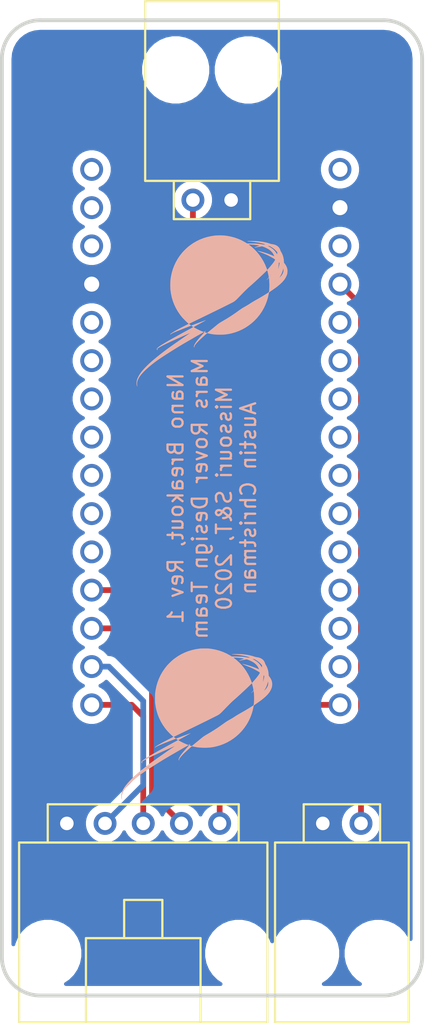
<source format=kicad_pcb>
(kicad_pcb (version 20171130) (host pcbnew "(5.1.2)-1")

  (general
    (thickness 1.6)
    (drawings 9)
    (tracks 20)
    (zones 0)
    (modules 6)
    (nets 30)
  )

  (page A4)
  (layers
    (0 F.Cu signal)
    (31 B.Cu signal)
    (32 B.Adhes user)
    (33 F.Adhes user)
    (34 B.Paste user)
    (35 F.Paste user)
    (36 B.SilkS user)
    (37 F.SilkS user)
    (38 B.Mask user)
    (39 F.Mask user)
    (40 Dwgs.User user)
    (41 Cmts.User user)
    (42 Eco1.User user)
    (43 Eco2.User user)
    (44 Edge.Cuts user)
    (45 Margin user)
    (46 B.CrtYd user)
    (47 F.CrtYd user)
    (48 B.Fab user)
    (49 F.Fab user)
  )

  (setup
    (last_trace_width 0.25)
    (user_trace_width 0.254)
    (user_trace_width 0.381)
    (user_trace_width 0.508)
    (user_trace_width 0.762)
    (trace_clearance 0.2)
    (zone_clearance 0.508)
    (zone_45_only no)
    (trace_min 0.2)
    (via_size 0.8)
    (via_drill 0.4)
    (via_min_size 0.4)
    (via_min_drill 0.3)
    (uvia_size 0.3)
    (uvia_drill 0.1)
    (uvias_allowed no)
    (uvia_min_size 0.2)
    (uvia_min_drill 0.1)
    (edge_width 0.05)
    (segment_width 0.2)
    (pcb_text_width 0.3)
    (pcb_text_size 1.5 1.5)
    (mod_edge_width 0.12)
    (mod_text_size 1 1)
    (mod_text_width 0.15)
    (pad_size 1.524 1.524)
    (pad_drill 0.762)
    (pad_to_mask_clearance 0.051)
    (solder_mask_min_width 0.25)
    (aux_axis_origin 0 0)
    (visible_elements 7FFFFFFF)
    (pcbplotparams
      (layerselection 0x010fc_ffffffff)
      (usegerberextensions false)
      (usegerberattributes false)
      (usegerberadvancedattributes false)
      (creategerberjobfile false)
      (excludeedgelayer true)
      (linewidth 0.100000)
      (plotframeref false)
      (viasonmask false)
      (mode 1)
      (useauxorigin false)
      (hpglpennumber 1)
      (hpglpenspeed 20)
      (hpglpendiameter 15.000000)
      (psnegative false)
      (psa4output false)
      (plotreference true)
      (plotvalue true)
      (plotinvisibletext false)
      (padsonsilk false)
      (subtractmaskfromsilk false)
      (outputformat 1)
      (mirror false)
      (drillshape 1)
      (scaleselection 1)
      (outputdirectory ""))
  )

  (net 0 "")
  (net 1 "Net-(A1-Pad30)")
  (net 2 GND)
  (net 3 "Net-(A1-Pad28)")
  (net 4 +5V)
  (net 5 "Net-(A1-Pad26)")
  (net 6 "Net-(A1-Pad25)")
  (net 7 "Net-(A1-Pad24)")
  (net 8 "Net-(A1-Pad23)")
  (net 9 "Net-(A1-Pad22)")
  (net 10 "Net-(A1-Pad21)")
  (net 11 "Net-(A1-Pad20)")
  (net 12 "Net-(A1-Pad19)")
  (net 13 "Net-(A1-Pad18)")
  (net 14 "Net-(A1-Pad17)")
  (net 15 SPI_SCK)
  (net 16 A_WRITE)
  (net 17 SPI_MISO)
  (net 18 "Net-(A1-Pad1)")
  (net 19 "Net-(A1-Pad2)")
  (net 20 "Net-(A1-Pad3)")
  (net 21 "Net-(A1-Pad5)")
  (net 22 SPI_MOSI)
  (net 23 "Net-(A1-Pad6)")
  (net 24 "Net-(A1-Pad11)")
  (net 25 "Net-(A1-Pad10)")
  (net 26 "Net-(A1-Pad7)")
  (net 27 "Net-(A1-Pad8)")
  (net 28 "Net-(A1-Pad9)")
  (net 29 SPI_SS)

  (net_class Default "This is the default net class."
    (clearance 0.2)
    (trace_width 0.25)
    (via_dia 0.8)
    (via_drill 0.4)
    (uvia_dia 0.3)
    (uvia_drill 0.1)
    (add_net +5V)
    (add_net A_WRITE)
    (add_net GND)
    (add_net "Net-(A1-Pad1)")
    (add_net "Net-(A1-Pad10)")
    (add_net "Net-(A1-Pad11)")
    (add_net "Net-(A1-Pad17)")
    (add_net "Net-(A1-Pad18)")
    (add_net "Net-(A1-Pad19)")
    (add_net "Net-(A1-Pad2)")
    (add_net "Net-(A1-Pad20)")
    (add_net "Net-(A1-Pad21)")
    (add_net "Net-(A1-Pad22)")
    (add_net "Net-(A1-Pad23)")
    (add_net "Net-(A1-Pad24)")
    (add_net "Net-(A1-Pad25)")
    (add_net "Net-(A1-Pad26)")
    (add_net "Net-(A1-Pad28)")
    (add_net "Net-(A1-Pad3)")
    (add_net "Net-(A1-Pad30)")
    (add_net "Net-(A1-Pad5)")
    (add_net "Net-(A1-Pad6)")
    (add_net "Net-(A1-Pad7)")
    (add_net "Net-(A1-Pad8)")
    (add_net "Net-(A1-Pad9)")
    (add_net SPI_MISO)
    (add_net SPI_MOSI)
    (add_net SPI_SCK)
    (add_net SPI_SS)
  )

  (module MRDT_Silkscreens:0_MRDT_Logo_10mm (layer B.Cu) (tedit 5AA4CEEB) (tstamp 5E55DC01)
    (at 155.194 128.016 270)
    (tags "Logo, MRDT")
    (fp_text reference G*** (at -1.143 -6.4008 90) (layer Dwgs.User) hide
      (effects (font (size 0.2 0.2) (thickness 0.05)))
    )
    (fp_text value LOGO (at -1.5494 4.572 90) (layer Dwgs.User) hide
      (effects (font (size 0.2 0.2) (thickness 0.05)))
    )
    (fp_poly (pts (xy 4.854611 5.013231) (xy 4.920325 5.003753) (xy 4.97383 4.988198) (xy 4.981991 4.984665)
      (xy 5.014743 4.969487) (xy 4.984625 4.974582) (xy 4.879801 4.986338) (xy 4.781617 4.985555)
      (xy 4.694532 4.972282) (xy 4.690937 4.971389) (xy 4.589457 4.938017) (xy 4.483707 4.88801)
      (xy 4.373329 4.821074) (xy 4.257959 4.736916) (xy 4.137239 4.635242) (xy 4.010807 4.515759)
      (xy 3.878302 4.378173) (xy 3.739364 4.22219) (xy 3.670131 4.140516) (xy 3.60599 4.063051)
      (xy 3.544712 3.98751) (xy 3.485339 3.912506) (xy 3.426908 3.836651) (xy 3.36846 3.758557)
      (xy 3.309035 3.676836) (xy 3.247672 3.590099) (xy 3.183412 3.496958) (xy 3.115293 3.396026)
      (xy 3.042356 3.285914) (xy 2.96364 3.165234) (xy 2.878185 3.032598) (xy 2.785032 2.886618)
      (xy 2.683218 2.725906) (xy 2.597657 2.590197) (xy 2.402545 2.275564) (xy 2.214882 1.96365)
      (xy 2.037685 1.659492) (xy 1.993089 1.581225) (xy 1.952787 1.510511) (xy 1.906095 1.429181)
      (xy 1.856858 1.343893) (xy 1.808919 1.261305) (xy 1.766857 1.189326) (xy 1.724962 1.117509)
      (xy 1.679005 1.037976) (xy 1.632534 0.956914) (xy 1.589095 0.880513) (xy 1.552235 0.814959)
      (xy 1.551056 0.812844) (xy 1.519267 0.755907) (xy 1.48911 0.702074) (xy 1.462591 0.654912)
      (xy 1.441717 0.617988) (xy 1.428493 0.594871) (xy 1.428077 0.594156) (xy 1.402822 0.550802)
      (xy 1.363847 0.654393) (xy 1.343404 0.705625) (xy 1.317989 0.764466) (xy 1.288877 0.828412)
      (xy 1.257341 0.894963) (xy 1.224658 0.961618) (xy 1.192103 1.025874) (xy 1.160949 1.085232)
      (xy 1.132473 1.137189) (xy 1.10795 1.179244) (xy 1.088654 1.208896) (xy 1.07586 1.223643)
      (xy 1.073081 1.224822) (xy 1.066335 1.216428) (xy 1.051854 1.193153) (xy 1.031309 1.157854)
      (xy 1.00637 1.113391) (xy 0.983609 1.071719) (xy 0.946856 1.003926) (xy 0.907446 0.931693)
      (xy 0.866579 0.85718) (xy 0.825455 0.782542) (xy 0.785274 0.709938) (xy 0.747236 0.641525)
      (xy 0.712542 0.579461) (xy 0.682392 0.525902) (xy 0.657986 0.483007) (xy 0.640524 0.452933)
      (xy 0.631207 0.437837) (xy 0.63035 0.436719) (xy 0.629653 0.441126) (xy 0.63499 0.46092)
      (xy 0.645345 0.492686) (xy 0.655701 0.522055) (xy 0.680852 0.591161) (xy 0.708809 0.667395)
      (xy 0.738773 0.748628) (xy 0.769946 0.832733) (xy 0.801528 0.91758) (xy 0.83272 1.001042)
      (xy 0.862723 1.08099) (xy 0.890739 1.155295) (xy 0.915966 1.22183) (xy 0.937608 1.278465)
      (xy 0.954864 1.323073) (xy 0.966936 1.353525) (xy 0.973024 1.367693) (xy 0.973455 1.368387)
      (xy 0.981923 1.364461) (xy 0.997805 1.346887) (xy 1.018061 1.319158) (xy 1.023705 1.31066)
      (xy 1.044646 1.27971) (xy 1.061714 1.256671) (xy 1.071855 1.24561) (xy 1.072899 1.245188)
      (xy 1.079255 1.253734) (xy 1.093546 1.277517) (xy 1.114341 1.314007) (xy 1.140212 1.360678)
      (xy 1.16973 1.415004) (xy 1.184664 1.442852) (xy 1.219835 1.508337) (xy 1.261945 1.586147)
      (xy 1.308151 1.671069) (xy 1.355615 1.75789) (xy 1.401494 1.841398) (xy 1.429343 1.891834)
      (xy 1.469768 1.964993) (xy 1.517255 2.051138) (xy 1.56925 2.145624) (xy 1.623202 2.243809)
      (xy 1.676558 2.341051) (xy 1.726766 2.432705) (xy 1.744269 2.464703) (xy 1.82562 2.6123)
      (xy 1.905524 2.754978) (xy 1.983118 2.891284) (xy 2.057536 3.019767) (xy 2.127911 3.138974)
      (xy 2.193379 3.247453) (xy 2.253074 3.343752) (xy 2.306131 3.426419) (xy 2.351683 3.494002)
      (xy 2.386089 3.541439) (xy 2.434284 3.599552) (xy 2.477268 3.641334) (xy 2.514327 3.666389)
      (xy 2.54475 3.674317) (xy 2.567825 3.664722) (xy 2.578547 3.648895) (xy 2.588486 3.622077)
      (xy 2.590196 3.60631) (xy 2.58454 3.604205) (xy 2.572379 3.61837) (xy 2.569813 3.622443)
      (xy 2.55044 3.645974) (xy 2.53244 3.65255) (xy 2.532202 3.652508) (xy 2.513334 3.640465)
      (xy 2.487203 3.610392) (xy 2.454126 3.562853) (xy 2.41442 3.498412) (xy 2.368404 3.417631)
      (xy 2.316393 3.321075) (xy 2.258707 3.209306) (xy 2.195662 3.082887) (xy 2.127576 2.942384)
      (xy 2.103278 2.891383) (xy 2.079348 2.840392) (xy 2.050141 2.777231) (xy 2.016391 2.703552)
      (xy 1.978833 2.621007) (xy 1.938202 2.531248) (xy 1.895233 2.435927) (xy 1.85066 2.336698)
      (xy 1.80522 2.235211) (xy 1.759646 2.13312) (xy 1.714674 2.032077) (xy 1.671038 1.933734)
      (xy 1.629474 1.839743) (xy 1.590715 1.751756) (xy 1.555499 1.671427) (xy 1.524558 1.600406)
      (xy 1.498628 1.540347) (xy 1.478444 1.492901) (xy 1.464741 1.459721) (xy 1.458254 1.442459)
      (xy 1.457874 1.440334) (xy 1.46402 1.447518) (xy 1.47976 1.469165) (xy 1.503536 1.503042)
      (xy 1.533791 1.546913) (xy 1.568968 1.598544) (xy 1.596285 1.638994) (xy 1.641822 1.706243)
      (xy 1.695733 1.785152) (xy 1.756643 1.873755) (xy 1.823175 1.970085) (xy 1.893953 2.072176)
      (xy 1.967602 2.178063) (xy 2.042745 2.285778) (xy 2.118006 2.393358) (xy 2.192009 2.498834)
      (xy 2.263378 2.600242) (xy 2.330736 2.695615) (xy 2.392709 2.782987) (xy 2.447919 2.860392)
      (xy 2.494991 2.925865) (xy 2.532548 2.977438) (xy 2.543143 2.991778) (xy 2.72641 3.23547)
      (xy 2.901183 3.461545) (xy 3.067843 3.670397) (xy 3.226766 3.862422) (xy 3.378334 4.038015)
      (xy 3.522924 4.197571) (xy 3.660915 4.341485) (xy 3.792686 4.470153) (xy 3.918617 4.583969)
      (xy 4.039087 4.683329) (xy 4.154473 4.768627) (xy 4.265156 4.840259) (xy 4.371514 4.898621)
      (xy 4.372214 4.898968) (xy 4.451495 4.936805) (xy 4.518971 4.965209) (xy 4.579587 4.985825)
      (xy 4.638283 5.000297) (xy 4.700003 5.010269) (xy 4.710606 5.011571) (xy 4.7827 5.016036)
      (xy 4.854611 5.013231)) (layer B.SilkS) (width 0.01))
    (fp_poly (pts (xy 0.622451 0.41664) (xy 0.617431 0.41162) (xy 0.612411 0.41664) (xy 0.617431 0.42166)
      (xy 0.622451 0.41664)) (layer B.SilkS) (width 0.01))
    (fp_poly (pts (xy 1.564354 2.774975) (xy 1.559097 2.762874) (xy 1.542 2.737133) (xy 1.53219 2.723244)
      (xy 1.51384 2.696158) (xy 1.495861 2.666427) (xy 1.477125 2.631675) (xy 1.456503 2.589523)
      (xy 1.432868 2.537594) (xy 1.405091 2.473511) (xy 1.372043 2.394895) (xy 1.342622 2.323756)
      (xy 1.3176 2.26233) (xy 1.28674 2.185556) (xy 1.251379 2.096839) (xy 1.212855 1.999585)
      (xy 1.172506 1.897199) (xy 1.13167 1.793085) (xy 1.091686 1.690648) (xy 1.053891 1.593294)
      (xy 1.019623 1.504428) (xy 0.99022 1.427455) (xy 0.984369 1.412012) (xy 0.973532 1.383352)
      (xy 0.91722 1.460461) (xy 0.892322 1.492699) (xy 0.871298 1.5165) (xy 0.857057 1.528745)
      (xy 0.853006 1.529279) (xy 0.847388 1.51903) (xy 0.833808 1.492212) (xy 0.813013 1.450351)
      (xy 0.785749 1.394972) (xy 0.752761 1.327599) (xy 0.714796 1.249757) (xy 0.672599 1.162971)
      (xy 0.626917 1.068767) (xy 0.578495 0.968668) (xy 0.559172 0.928656) (xy 0.447921 0.698325)
      (xy 0.344687 0.484881) (xy 0.24886 0.287075) (xy 0.159831 0.103663) (xy 0.07699 -0.066603)
      (xy -0.000273 -0.224968) (xy -0.072566 -0.372678) (xy -0.1405 -0.51098) (xy -0.204684 -0.64112)
      (xy -0.265727 -0.764344) (xy -0.324239 -0.881899) (xy -0.38083 -0.99503) (xy -0.413042 -1.05917)
      (xy -0.456701 -1.146492) (xy -0.493982 -1.221559) (xy -0.52621 -1.286093) (xy -0.554713 -1.34182)
      (xy -0.580815 -1.390462) (xy -0.605842 -1.433744) (xy -0.631121 -1.473388) (xy -0.657978 -1.511118)
      (xy -0.687737 -1.548659) (xy -0.721726 -1.587733) (xy -0.76127 -1.630065) (xy -0.807695 -1.677378)
      (xy -0.862326 -1.731396) (xy -0.92649 -1.793842) (xy -1.001513 -1.86644) (xy -1.08872 -1.950913)
      (xy -1.129446 -1.990491) (xy -1.202905 -2.062369) (xy -1.274772 -2.133443) (xy -1.343174 -2.201806)
      (xy -1.406234 -2.265553) (xy -1.462077 -2.322777) (xy -1.508829 -2.371572) (xy -1.544614 -2.410031)
      (xy -1.565443 -2.433693) (xy -1.622094 -2.500302) (xy -1.690788 -2.579063) (xy -1.769518 -2.667789)
      (xy -1.856275 -2.764292) (xy -1.949048 -2.866383) (xy -2.04583 -2.971873) (xy -2.14461 -3.078576)
      (xy -2.24338 -3.184303) (xy -2.340131 -3.286865) (xy -2.432854 -3.384074) (xy -2.519539 -3.473743)
      (xy -2.533723 -3.488276) (xy -2.581697 -3.537495) (xy -2.624532 -3.581708) (xy -2.660376 -3.618984)
      (xy -2.687379 -3.64739) (xy -2.703689 -3.664992) (xy -2.707784 -3.67001) (xy -2.695444 -3.674406)
      (xy -2.667486 -3.68245) (xy -2.627823 -3.693143) (xy -2.580373 -3.705487) (xy -2.529049 -3.718484)
      (xy -2.477768 -3.731137) (xy -2.430444 -3.742446) (xy -2.390993 -3.751415) (xy -2.375752 -3.754646)
      (xy -2.311275 -3.766804) (xy -2.264416 -3.773207) (xy -2.233594 -3.773973) (xy -2.217227 -3.769219)
      (xy -2.214803 -3.766583) (xy -2.205211 -3.757119) (xy -2.183508 -3.738312) (xy -2.153335 -3.713264)
      (xy -2.131384 -3.69549) (xy -2.053083 -3.632677) (xy -2.211543 -3.782133) (xy -2.177491 -3.788227)
      (xy -2.117134 -3.796957) (xy -2.044792 -3.804029) (xy -1.963206 -3.809462) (xy -1.875118 -3.813277)
      (xy -1.783267 -3.815494) (xy -1.690396 -3.816133) (xy -1.599244 -3.815214) (xy -1.512554 -3.812757)
      (xy -1.433066 -3.808782) (xy -1.363521 -3.80331) (xy -1.306661 -3.796359) (xy -1.265226 -3.787951)
      (xy -1.247273 -3.781418) (xy -1.235793 -3.769573) (xy -1.215475 -3.742044) (xy -1.1874 -3.700607)
      (xy -1.152653 -3.647034) (xy -1.112315 -3.583098) (xy -1.067469 -3.510575) (xy -1.019198 -3.431236)
      (xy -0.968584 -3.346857) (xy -0.91671 -3.25921) (xy -0.86466 -3.170069) (xy -0.813514 -3.081208)
      (xy -0.764357 -2.994401) (xy -0.737687 -2.946601) (xy -0.695366 -2.871587) (xy -0.649914 -2.79327)
      (xy -0.603979 -2.716062) (xy -0.560212 -2.644374) (xy -0.521262 -2.582618) (xy -0.496498 -2.54502)
      (xy -0.459447 -2.488446) (xy -0.416418 -2.419712) (xy -0.370798 -2.344417) (xy -0.325975 -2.268161)
      (xy -0.285337 -2.196546) (xy -0.281271 -2.189199) (xy -0.231378 -2.101052) (xy -0.182314 -2.019585)
      (xy -0.130552 -1.939318) (xy -0.072562 -1.854778) (xy -0.006299 -1.762519) (xy 0.135597 -1.564263)
      (xy 0.269685 -1.368387) (xy 0.399082 -1.170061) (xy 0.526904 -0.964452) (xy 0.656269 -0.746732)
      (xy 0.716383 -0.64253) (xy 0.752454 -0.580546) (xy 0.785279 -0.527042) (xy 0.817815 -0.477826)
      (xy 0.853021 -0.428706) (xy 0.893857 -0.375488) (xy 0.94328 -0.313981) (xy 0.978523 -0.271068)
      (xy 1.027164 -0.212066) (xy 1.075546 -0.153214) (xy 1.120927 -0.09786) (xy 1.160562 -0.049355)
      (xy 1.191709 -0.011046) (xy 1.204674 0.005019) (xy 1.235876 0.043457) (xy 1.275381 0.091519)
      (xy 1.318496 0.143527) (xy 1.360528 0.193799) (xy 1.367477 0.20206) (xy 1.4017 0.243499)
      (xy 1.430739 0.280185) (xy 1.452326 0.30913) (xy 1.464192 0.327349) (xy 1.465771 0.331492)
      (xy 1.463093 0.346568) (xy 1.456201 0.373967) (xy 1.44681 0.407787) (xy 1.436635 0.442129)
      (xy 1.427392 0.471089) (xy 1.420794 0.488769) (xy 1.419329 0.49131) (xy 1.410563 0.487245)
      (xy 1.391725 0.472326) (xy 1.368364 0.451152) (xy 1.345194 0.430274) (xy 1.334348 0.423355)
      (xy 1.336451 0.430786) (xy 1.337004 0.431699) (xy 1.351041 0.456105) (xy 1.368309 0.48816)
      (xy 1.375121 0.501334) (xy 1.388822 0.527086) (xy 1.397224 0.537086) (xy 1.40384 0.533624)
      (xy 1.409604 0.52383) (xy 1.415007 0.515616) (xy 1.421831 0.512801) (xy 1.432657 0.516999)
      (xy 1.450065 0.529823) (xy 1.476635 0.552889) (xy 1.51495 0.587808) (xy 1.521391 0.593729)
      (xy 1.635022 0.697327) (xy 1.736253 0.787678) (xy 1.826579 0.86603) (xy 1.907496 0.93363)
      (xy 1.9805 0.991725) (xy 2.047087 1.041563) (xy 2.108751 1.084391) (xy 2.113321 1.087423)
      (xy 2.195052 1.13803) (xy 2.264989 1.174055) (xy 2.322784 1.195374) (xy 2.36809 1.201863)
      (xy 2.400559 1.193399) (xy 2.404467 1.190704) (xy 2.415184 1.181317) (xy 2.413189 1.176733)
      (xy 2.395573 1.175164) (xy 2.378824 1.174943) (xy 2.334065 1.168305) (xy 2.289657 1.147062)
      (xy 2.287679 1.145818) (xy 2.252515 1.120973) (xy 2.206972 1.085047) (xy 2.154749 1.041276)
      (xy 2.099548 0.992893) (xy 2.045067 0.943135) (xy 1.995009 0.895236) (xy 1.957708 0.857354)
      (xy 1.926729 0.824332) (xy 1.887486 0.781996) (xy 1.842037 0.732615) (xy 1.792444 0.678459)
      (xy 1.740765 0.621797) (xy 1.689062 0.564899) (xy 1.639394 0.510034) (xy 1.593821 0.459472)
      (xy 1.554403 0.415482) (xy 1.5232 0.380334) (xy 1.502272 0.356298) (xy 1.495407 0.34803)
      (xy 1.473279 0.319899) (xy 1.500433 0.197597) (xy 1.522739 0.091369) (xy 1.540083 -0.00585)
      (xy 1.553121 -0.099735) (xy 1.56251 -0.195962) (xy 1.568907 -0.300207) (xy 1.572967 -0.418146)
      (xy 1.573309 -0.432675) (xy 1.574568 -0.595888) (xy 1.570193 -0.744876) (xy 1.559664 -0.88483)
      (xy 1.542461 -1.020942) (xy 1.518064 -1.158404) (xy 1.486284 -1.301041) (xy 1.416789 -1.545762)
      (xy 1.328933 -1.783227) (xy 1.223423 -2.01247) (xy 1.100968 -2.232526) (xy 0.962273 -2.442433)
      (xy 0.808045 -2.641224) (xy 0.638992 -2.827935) (xy 0.455821 -3.001601) (xy 0.259239 -3.161259)
      (xy 0.049953 -3.305943) (xy -0.011095 -3.343801) (xy -0.219444 -3.459464) (xy -0.437391 -3.56064)
      (xy -0.661596 -3.646073) (xy -0.888721 -3.714505) (xy -1.115425 -3.764676) (xy -1.139486 -3.768905)
      (xy -1.192261 -3.779648) (xy -1.226313 -3.790727) (xy -1.242738 -3.80221) (xy -1.251845 -3.815197)
      (xy -1.270607 -3.842248) (xy -1.297307 -3.880878) (xy -1.330229 -3.928602) (xy -1.367656 -3.982934)
      (xy -1.397187 -4.02585) (xy -1.507362 -4.182266) (xy -1.611006 -4.321379) (xy -1.709249 -4.444447)
      (xy -1.803221 -4.552726) (xy -1.894053 -4.647474) (xy -1.982875 -4.729947) (xy -2.070818 -4.801404)
      (xy -2.137188 -4.84873) (xy -2.195682 -4.884445) (xy -2.263022 -4.919842) (xy -2.332819 -4.951965)
      (xy -2.398685 -4.977856) (xy -2.450157 -4.993591) (xy -2.532488 -5.008208) (xy -2.621579 -5.014709)
      (xy -2.708677 -5.012792) (xy -2.772848 -5.004657) (xy -2.891821 -4.97191) (xy -3.005845 -4.91974)
      (xy -3.114766 -4.848223) (xy -3.15247 -4.817949) (xy -3.181573 -4.795286) (xy -3.205262 -4.783522)
      (xy -3.232195 -4.779231) (xy -3.251338 -4.778815) (xy -3.385879 -4.770929) (xy -3.522396 -4.748158)
      (xy -3.554863 -4.739346) (xy -2.812916 -4.739346) (xy -2.799017 -4.748064) (xy -2.785968 -4.752139)
      (xy -2.766926 -4.75433) (xy -2.73399 -4.755403) (xy -2.693323 -4.7552) (xy -2.680553 -4.754867)
      (xy -2.621989 -4.750639) (xy -2.573665 -4.740911) (xy -2.532181 -4.726401) (xy -2.464318 -4.695416)
      (xy -2.403586 -4.659932) (xy -2.344569 -4.616231) (xy -2.281854 -4.560593) (xy -2.25962 -4.539172)
      (xy -2.226809 -4.506486) (xy -2.202422 -4.481051) (xy -2.188264 -4.464852) (xy -2.186144 -4.459874)
      (xy -2.188616 -4.461173) (xy -2.292384 -4.525621) (xy -2.382045 -4.577015) (xy -2.458363 -4.615793)
      (xy -2.462016 -4.617489) (xy -2.515893 -4.640581) (xy -2.577598 -4.66418) (xy -2.641549 -4.686408)
      (xy -2.702165 -4.705389) (xy -2.753864 -4.719245) (xy -2.781073 -4.724782) (xy -2.806898 -4.731379)
      (xy -2.812916 -4.739346) (xy -3.554863 -4.739346) (xy -3.656263 -4.711825) (xy -3.782856 -4.663258)
      (xy -3.897547 -4.603782) (xy -3.927437 -4.585001) (xy -3.962009 -4.564886) (xy -3.99599 -4.549252)
      (xy -4.01581 -4.542995) (xy -4.041951 -4.535229) (xy -4.078692 -4.521201) (xy -4.118726 -4.503733)
      (xy -4.124565 -4.500989) (xy -4.204877 -4.451914) (xy -4.205007 -4.451792) (xy -3.227331 -4.451792)
      (xy -3.224001 -4.459751) (xy -3.214616 -4.470513) (xy -3.212402 -4.472871) (xy -3.199842 -4.485256)
      (xy -3.18736 -4.492914) (xy -3.171073 -4.49596) (xy -3.1471 -4.494512) (xy -3.111557 -4.488688)
      (xy -3.060562 -4.478604) (xy -3.05563 -4.477603) (xy -3.014604 -4.468455) (xy -2.967602 -4.456687)
      (xy -2.918259 -4.443374) (xy -2.870207 -4.42959) (xy -2.827081 -4.41641) (xy -2.792515 -4.404909)
      (xy -2.770141 -4.396161) (xy -2.763594 -4.391241) (xy -2.763602 -4.391234) (xy -2.77446 -4.391192)
      (xy -2.800269 -4.39424) (xy -2.836243 -4.39977) (xy -2.851565 -4.402392) (xy -2.895364 -4.409056)
      (xy -2.951827 -4.416162) (xy -3.013583 -4.422848) (xy -3.071747 -4.428133) (xy -3.133583 -4.433179)
      (xy -3.177733 -4.437329) (xy -3.206523 -4.44132) (xy -3.222281 -4.445895) (xy -3.227331 -4.451792)
      (xy -4.205007 -4.451792) (xy -4.274513 -4.386567) (xy -4.332803 -4.306088) (xy -4.379072 -4.211614)
      (xy -4.412651 -4.104284) (xy -4.432866 -3.985236) (xy -4.433683 -3.977307) (xy -4.440747 -3.934136)
      (xy -4.453153 -3.882945) (xy -4.46834 -3.83417) (xy -4.469821 -3.830079) (xy -4.509118 -3.709128)
      (xy -4.514174 -3.689526) (xy -4.318536 -3.689526) (xy -4.314156 -3.761336) (xy -4.309719 -3.805065)
      (xy -4.300683 -3.840917) (xy -4.284158 -3.878429) (xy -4.271574 -3.901889) (xy -4.186145 -4.04007)
      (xy -4.093391 -4.160106) (xy -3.992675 -4.262786) (xy -3.950553 -4.298741) (xy -3.890316 -4.34754)
      (xy -3.825059 -4.341318) (xy -3.791067 -4.337561) (xy -3.765987 -4.333824) (xy -3.755619 -4.331065)
      (xy -3.753468 -4.328362) (xy -3.755384 -4.324798) (xy -3.764524 -4.318137) (xy -3.784042 -4.306146)
      (xy -3.817097 -4.286588) (xy -3.825059 -4.281897) (xy -3.934784 -4.207962) (xy -4.033309 -4.121508)
      (xy -4.122237 -4.020746) (xy -4.203172 -3.903886) (xy -4.268634 -3.787142) (xy -4.318536 -3.689526)
      (xy -4.514174 -3.689526) (xy -4.544832 -3.570671) (xy -4.576481 -3.417038) (xy -4.603582 -3.250562)
      (xy -4.624729 -3.082135) (xy -4.629342 -3.029569) (xy -4.633212 -2.965612) (xy -4.636319 -2.89331)
      (xy -4.63864 -2.815708) (xy -4.640155 -2.735852) (xy -4.640842 -2.656788) (xy -4.64068 -2.581562)
      (xy -4.639648 -2.513219) (xy -4.637724 -2.454806) (xy -4.634887 -2.409367) (xy -4.631115 -2.379949)
      (xy -4.629686 -2.374348) (xy -4.624152 -2.359161) (xy -4.621077 -2.358391) (xy -4.619598 -2.374069)
      (xy -4.618987 -2.399447) (xy -4.615728 -2.479211) (xy -4.608703 -2.573932) (xy -4.598506 -2.678968)
      (xy -4.58573 -2.789675) (xy -4.57097 -2.901411) (xy -4.554819 -3.009534) (xy -4.537871 -3.109399)
      (xy -4.520719 -3.196365) (xy -4.512415 -3.232886) (xy -4.497075 -3.29403) (xy -4.480817 -3.354333)
      (xy -4.464569 -3.410813) (xy -4.449258 -3.460483) (xy -4.435815 -3.50036) (xy -4.425167 -3.527459)
      (xy -4.418244 -3.538795) (xy -4.417222 -3.538829) (xy -4.408001 -3.522577) (xy -4.403391 -3.490652)
      (xy -4.403386 -3.44692) (xy -4.407979 -3.39525) (xy -4.417162 -3.339507) (xy -4.417608 -3.337326)
      (xy -4.432151 -3.2625) (xy -4.443968 -3.19088) (xy -4.45334 -3.119058) (xy -4.460545 -3.043627)
      (xy -4.465863 -2.961177) (xy -4.469574 -2.868301) (xy -4.471958 -2.761588) (xy -4.473125 -2.660475)
      (xy -4.47469 -2.464956) (xy -4.4169 -2.464956) (xy -4.415935 -2.503967) (xy -4.413944 -2.55254)
      (xy -4.4111 -2.607191) (xy -4.407577 -2.664434) (xy -4.403552 -2.720784) (xy -4.399198 -2.772755)
      (xy -4.396433 -2.801028) (xy -4.390856 -2.848152) (xy -4.383446 -2.902187) (xy -4.374862 -2.959193)
      (xy -4.365763 -3.015228) (xy -4.356809 -3.066349) (xy -4.348659 -3.108616) (xy -4.341971 -3.138086)
      (xy -4.338106 -3.14982) (xy -4.332685 -3.145742) (xy -4.322743 -3.125633) (xy -4.309636 -3.09266)
      (xy -4.294724 -3.04999) (xy -4.29289 -3.044405) (xy -4.270303 -2.97705) (xy -4.250105 -2.920489)
      (xy -4.233059 -2.876646) (xy -4.21993 -2.847443) (xy -4.211481 -2.834805) (xy -4.209614 -2.834786)
      (xy -4.209952 -2.845656) (xy -4.213951 -2.872247) (xy -4.220949 -2.910672) (xy -4.230283 -2.957042)
      (xy -4.231223 -2.961514) (xy -4.244042 -3.02481) (xy -4.257695 -3.096433) (xy -4.270196 -3.165785)
      (xy -4.276628 -3.203791) (xy -4.296173 -3.323591) (xy -4.265665 -3.411183) (xy -4.240137 -3.478352)
      (xy -4.20857 -3.552006) (xy -4.173624 -3.626616) (xy -4.137955 -3.696649) (xy -4.104223 -3.756572)
      (xy -4.085391 -3.786304) (xy -4.037517 -3.84971) (xy -3.979419 -3.915028) (xy -3.917187 -3.975937)
      (xy -3.856906 -4.026117) (xy -3.848554 -4.032224) (xy -3.818169 -4.052204) (xy -3.780751 -4.074218)
      (xy -3.74031 -4.096237) (xy -3.700856 -4.116235) (xy -3.666397 -4.132183) (xy -3.640945 -4.142054)
      (xy -3.628507 -4.143821) (xy -3.628263 -4.143626) (xy -3.630111 -4.133188) (xy -3.638792 -4.109359)
      (xy -3.65254 -4.07689) (xy -3.655595 -4.070103) (xy -3.685235 -4.001892) (xy -3.718578 -3.920243)
      (xy -3.753441 -3.830917) (xy -3.787641 -3.739672) (xy -3.818994 -3.652268) (xy -3.84532 -3.574465)
      (xy -3.854995 -3.543953) (xy -3.871726 -3.488029) (xy -3.889778 -3.424822) (xy -3.908338 -3.357489)
      (xy -3.926594 -3.289185) (xy -3.943734 -3.223066) (xy -3.958945 -3.162286) (xy -3.971415 -3.110002)
      (xy -3.980331 -3.06937) (xy -3.984882 -3.043544) (xy -3.985295 -3.037821) (xy -3.981634 -3.041668)
      (xy -3.971424 -3.062189) (xy -3.955526 -3.097399) (xy -3.934804 -3.145311) (xy -3.910121 -3.203941)
      (xy -3.882341 -3.271301) (xy -3.861312 -3.323083) (xy -3.817224 -3.431436) (xy -3.77846 -3.524463)
      (xy -3.743384 -3.605671) (xy -3.710357 -3.678567) (xy -3.677743 -3.746659) (xy -3.643904 -3.813454)
      (xy -3.607203 -3.882459) (xy -3.566001 -3.957181) (xy -3.56155 -3.96514) (xy -3.521507 -4.036135)
      (xy -3.489567 -4.091301) (xy -3.464403 -4.132534) (xy -3.444687 -4.161731) (xy -3.429092 -4.180788)
      (xy -3.41629 -4.191604) (xy -3.404953 -4.196074) (xy -3.399603 -4.196522) (xy -3.381407 -4.191174)
      (xy -3.351425 -4.176741) (xy -3.314331 -4.155636) (xy -3.286449 -4.138063) (xy -3.245526 -4.109906)
      (xy -3.194844 -4.0731) (xy -3.140065 -4.031858) (xy -3.086852 -3.990393) (xy -3.072011 -3.978516)
      (xy -3.062388 -3.970633) (xy -2.479762 -3.970633) (xy -2.474743 -3.975653) (xy -2.469723 -3.970633)
      (xy -2.474743 -3.965613) (xy -2.479762 -3.970633) (xy -3.062388 -3.970633) (xy -3.052026 -3.962145)
      (xy -2.459683 -3.962145) (xy -2.452009 -3.960243) (xy -2.429069 -3.945534) (xy -2.390989 -3.918106)
      (xy -2.337893 -3.878046) (xy -2.310967 -3.857337) (xy -2.277157 -3.830481) (xy -2.250852 -3.808167)
      (xy -2.235142 -3.793107) (xy -2.232206 -3.788163) (xy -2.241049 -3.792416) (xy -2.262076 -3.806606)
      (xy -2.291823 -3.828082) (xy -2.326829 -3.854196) (xy -2.36363 -3.8823) (xy -2.398764 -3.909746)
      (xy -2.428768 -3.933885) (xy -2.450178 -3.952068) (xy -2.459533 -3.961647) (xy -2.459683 -3.962145)
      (xy -3.052026 -3.962145) (xy -3.028799 -3.943119) (xy -2.981355 -3.903302) (xy -2.931978 -3.861099)
      (xy -2.882967 -3.818547) (xy -2.836621 -3.777681) (xy -2.795237 -3.740537) (xy -2.761116 -3.709151)
      (xy -2.736556 -3.685558) (xy -2.723855 -3.671794) (xy -2.722707 -3.669191) (xy -2.732749 -3.664791)
      (xy -2.757918 -3.654955) (xy -2.79447 -3.641119) (xy -2.838663 -3.624716) (xy -2.840921 -3.623885)
      (xy -3.074754 -3.527659) (xy -3.300478 -3.414228) (xy -3.516738 -3.284596) (xy -3.722178 -3.139764)
      (xy -3.915442 -2.980735) (xy -4.095175 -2.808509) (xy -4.260021 -2.62409) (xy -4.35169 -2.507372)
      (xy -4.377041 -2.4741) (xy -4.39795 -2.447929) (xy -4.411564 -2.432361) (xy -4.415048 -2.429566)
      (xy -4.416662 -2.438994) (xy -4.4169 -2.464956) (xy -4.47469 -2.464956) (xy -4.475737 -2.33419)
      (xy -4.542863 -2.223755) (xy -4.665386 -2.00302) (xy -4.769994 -1.7734) (xy -4.856726 -1.534785)
      (xy -4.925617 -1.287064) (xy -4.976705 -1.030124) (xy -5.000926 -0.85336) (xy -5.005606 -0.79745)
      (xy -5.009077 -0.726085) (xy -5.011338 -0.643853) (xy -5.012389 -0.555343) (xy -5.01223 -0.465142)
      (xy -5.010861 -0.377838) (xy -5.008282 -0.298019) (xy -5.004493 -0.230274) (xy -5.000926 -0.190751)
      (xy -4.961531 0.072905) (xy -4.90407 0.327807) (xy -4.828524 0.573997) (xy -4.734874 0.811524)
      (xy -4.623103 1.040432) (xy -4.49319 1.260766) (xy -4.345118 1.472573) (xy -4.287889 1.546087)
      (xy -4.236779 1.606977) (xy -4.174521 1.676427) (xy -4.105338 1.750078) (xy -4.033452 1.823568)
      (xy -3.963085 1.892537) (xy -3.89846 1.952624) (xy -3.870237 1.977444) (xy -3.668321 2.137723)
      (xy -3.456021 2.280968) (xy -3.234097 2.406849) (xy -3.003311 2.515034) (xy -2.764425 2.60519)
      (xy -2.5182 2.676986) (xy -2.265398 2.73009) (xy -2.083201 2.756165) (xy -2.008488 2.762925)
      (xy -1.91943 2.767918) (xy -1.821239 2.771104) (xy -1.719126 2.772443) (xy -1.618303 2.771893)
      (xy -1.523981 2.769416) (xy -1.441372 2.76497) (xy -1.400513 2.761436) (xy -1.140519 2.725031)
      (xy -0.888606 2.670269) (xy -0.644561 2.597063) (xy -0.40817 2.505324) (xy -0.179218 2.394963)
      (xy 0.042508 2.265893) (xy 0.257222 2.118024) (xy 0.371463 2.029411) (xy 0.415285 1.992298)
      (xy 0.467555 1.945266) (xy 0.525226 1.89132) (xy 0.585251 1.833464) (xy 0.644584 1.774706)
      (xy 0.700179 1.718049) (xy 0.748989 1.6665) (xy 0.787968 1.623064) (xy 0.808182 1.598569)
      (xy 0.829422 1.572109) (xy 0.845755 1.553373) (xy 0.85336 1.546601) (xy 0.858913 1.555159)
      (xy 0.872348 1.579577) (xy 0.89257 1.617756) (xy 0.918484 1.667594) (xy 0.948997 1.726994)
      (xy 0.983011 1.793853) (xy 1.006248 1.839854) (xy 1.078294 1.981407) (xy 1.147583 2.114642)
      (xy 1.213514 2.23852) (xy 1.275487 2.352003) (xy 1.332901 2.454052) (xy 1.385157 2.543628)
      (xy 1.431654 2.619692) (xy 1.471791 2.681205) (xy 1.504969 2.727128) (xy 1.530586 2.756422)
      (xy 1.540668 2.764704) (xy 1.558102 2.775047) (xy 1.564354 2.774975)) (layer B.SilkS) (width 0.01))
  )

  (module MRDT_Silkscreens:0_MRDT_Logo_10mm (layer B.Cu) (tedit 5AA4CEEB) (tstamp 5E55DBE8)
    (at 156.21 100.584 270)
    (tags "Logo, MRDT")
    (fp_text reference G*** (at -1.143 -6.4008 90) (layer Dwgs.User) hide
      (effects (font (size 0.2 0.2) (thickness 0.05)))
    )
    (fp_text value LOGO (at -1.5494 4.572 90) (layer Dwgs.User) hide
      (effects (font (size 0.2 0.2) (thickness 0.05)))
    )
    (fp_poly (pts (xy 4.854611 5.013231) (xy 4.920325 5.003753) (xy 4.97383 4.988198) (xy 4.981991 4.984665)
      (xy 5.014743 4.969487) (xy 4.984625 4.974582) (xy 4.879801 4.986338) (xy 4.781617 4.985555)
      (xy 4.694532 4.972282) (xy 4.690937 4.971389) (xy 4.589457 4.938017) (xy 4.483707 4.88801)
      (xy 4.373329 4.821074) (xy 4.257959 4.736916) (xy 4.137239 4.635242) (xy 4.010807 4.515759)
      (xy 3.878302 4.378173) (xy 3.739364 4.22219) (xy 3.670131 4.140516) (xy 3.60599 4.063051)
      (xy 3.544712 3.98751) (xy 3.485339 3.912506) (xy 3.426908 3.836651) (xy 3.36846 3.758557)
      (xy 3.309035 3.676836) (xy 3.247672 3.590099) (xy 3.183412 3.496958) (xy 3.115293 3.396026)
      (xy 3.042356 3.285914) (xy 2.96364 3.165234) (xy 2.878185 3.032598) (xy 2.785032 2.886618)
      (xy 2.683218 2.725906) (xy 2.597657 2.590197) (xy 2.402545 2.275564) (xy 2.214882 1.96365)
      (xy 2.037685 1.659492) (xy 1.993089 1.581225) (xy 1.952787 1.510511) (xy 1.906095 1.429181)
      (xy 1.856858 1.343893) (xy 1.808919 1.261305) (xy 1.766857 1.189326) (xy 1.724962 1.117509)
      (xy 1.679005 1.037976) (xy 1.632534 0.956914) (xy 1.589095 0.880513) (xy 1.552235 0.814959)
      (xy 1.551056 0.812844) (xy 1.519267 0.755907) (xy 1.48911 0.702074) (xy 1.462591 0.654912)
      (xy 1.441717 0.617988) (xy 1.428493 0.594871) (xy 1.428077 0.594156) (xy 1.402822 0.550802)
      (xy 1.363847 0.654393) (xy 1.343404 0.705625) (xy 1.317989 0.764466) (xy 1.288877 0.828412)
      (xy 1.257341 0.894963) (xy 1.224658 0.961618) (xy 1.192103 1.025874) (xy 1.160949 1.085232)
      (xy 1.132473 1.137189) (xy 1.10795 1.179244) (xy 1.088654 1.208896) (xy 1.07586 1.223643)
      (xy 1.073081 1.224822) (xy 1.066335 1.216428) (xy 1.051854 1.193153) (xy 1.031309 1.157854)
      (xy 1.00637 1.113391) (xy 0.983609 1.071719) (xy 0.946856 1.003926) (xy 0.907446 0.931693)
      (xy 0.866579 0.85718) (xy 0.825455 0.782542) (xy 0.785274 0.709938) (xy 0.747236 0.641525)
      (xy 0.712542 0.579461) (xy 0.682392 0.525902) (xy 0.657986 0.483007) (xy 0.640524 0.452933)
      (xy 0.631207 0.437837) (xy 0.63035 0.436719) (xy 0.629653 0.441126) (xy 0.63499 0.46092)
      (xy 0.645345 0.492686) (xy 0.655701 0.522055) (xy 0.680852 0.591161) (xy 0.708809 0.667395)
      (xy 0.738773 0.748628) (xy 0.769946 0.832733) (xy 0.801528 0.91758) (xy 0.83272 1.001042)
      (xy 0.862723 1.08099) (xy 0.890739 1.155295) (xy 0.915966 1.22183) (xy 0.937608 1.278465)
      (xy 0.954864 1.323073) (xy 0.966936 1.353525) (xy 0.973024 1.367693) (xy 0.973455 1.368387)
      (xy 0.981923 1.364461) (xy 0.997805 1.346887) (xy 1.018061 1.319158) (xy 1.023705 1.31066)
      (xy 1.044646 1.27971) (xy 1.061714 1.256671) (xy 1.071855 1.24561) (xy 1.072899 1.245188)
      (xy 1.079255 1.253734) (xy 1.093546 1.277517) (xy 1.114341 1.314007) (xy 1.140212 1.360678)
      (xy 1.16973 1.415004) (xy 1.184664 1.442852) (xy 1.219835 1.508337) (xy 1.261945 1.586147)
      (xy 1.308151 1.671069) (xy 1.355615 1.75789) (xy 1.401494 1.841398) (xy 1.429343 1.891834)
      (xy 1.469768 1.964993) (xy 1.517255 2.051138) (xy 1.56925 2.145624) (xy 1.623202 2.243809)
      (xy 1.676558 2.341051) (xy 1.726766 2.432705) (xy 1.744269 2.464703) (xy 1.82562 2.6123)
      (xy 1.905524 2.754978) (xy 1.983118 2.891284) (xy 2.057536 3.019767) (xy 2.127911 3.138974)
      (xy 2.193379 3.247453) (xy 2.253074 3.343752) (xy 2.306131 3.426419) (xy 2.351683 3.494002)
      (xy 2.386089 3.541439) (xy 2.434284 3.599552) (xy 2.477268 3.641334) (xy 2.514327 3.666389)
      (xy 2.54475 3.674317) (xy 2.567825 3.664722) (xy 2.578547 3.648895) (xy 2.588486 3.622077)
      (xy 2.590196 3.60631) (xy 2.58454 3.604205) (xy 2.572379 3.61837) (xy 2.569813 3.622443)
      (xy 2.55044 3.645974) (xy 2.53244 3.65255) (xy 2.532202 3.652508) (xy 2.513334 3.640465)
      (xy 2.487203 3.610392) (xy 2.454126 3.562853) (xy 2.41442 3.498412) (xy 2.368404 3.417631)
      (xy 2.316393 3.321075) (xy 2.258707 3.209306) (xy 2.195662 3.082887) (xy 2.127576 2.942384)
      (xy 2.103278 2.891383) (xy 2.079348 2.840392) (xy 2.050141 2.777231) (xy 2.016391 2.703552)
      (xy 1.978833 2.621007) (xy 1.938202 2.531248) (xy 1.895233 2.435927) (xy 1.85066 2.336698)
      (xy 1.80522 2.235211) (xy 1.759646 2.13312) (xy 1.714674 2.032077) (xy 1.671038 1.933734)
      (xy 1.629474 1.839743) (xy 1.590715 1.751756) (xy 1.555499 1.671427) (xy 1.524558 1.600406)
      (xy 1.498628 1.540347) (xy 1.478444 1.492901) (xy 1.464741 1.459721) (xy 1.458254 1.442459)
      (xy 1.457874 1.440334) (xy 1.46402 1.447518) (xy 1.47976 1.469165) (xy 1.503536 1.503042)
      (xy 1.533791 1.546913) (xy 1.568968 1.598544) (xy 1.596285 1.638994) (xy 1.641822 1.706243)
      (xy 1.695733 1.785152) (xy 1.756643 1.873755) (xy 1.823175 1.970085) (xy 1.893953 2.072176)
      (xy 1.967602 2.178063) (xy 2.042745 2.285778) (xy 2.118006 2.393358) (xy 2.192009 2.498834)
      (xy 2.263378 2.600242) (xy 2.330736 2.695615) (xy 2.392709 2.782987) (xy 2.447919 2.860392)
      (xy 2.494991 2.925865) (xy 2.532548 2.977438) (xy 2.543143 2.991778) (xy 2.72641 3.23547)
      (xy 2.901183 3.461545) (xy 3.067843 3.670397) (xy 3.226766 3.862422) (xy 3.378334 4.038015)
      (xy 3.522924 4.197571) (xy 3.660915 4.341485) (xy 3.792686 4.470153) (xy 3.918617 4.583969)
      (xy 4.039087 4.683329) (xy 4.154473 4.768627) (xy 4.265156 4.840259) (xy 4.371514 4.898621)
      (xy 4.372214 4.898968) (xy 4.451495 4.936805) (xy 4.518971 4.965209) (xy 4.579587 4.985825)
      (xy 4.638283 5.000297) (xy 4.700003 5.010269) (xy 4.710606 5.011571) (xy 4.7827 5.016036)
      (xy 4.854611 5.013231)) (layer B.SilkS) (width 0.01))
    (fp_poly (pts (xy 0.622451 0.41664) (xy 0.617431 0.41162) (xy 0.612411 0.41664) (xy 0.617431 0.42166)
      (xy 0.622451 0.41664)) (layer B.SilkS) (width 0.01))
    (fp_poly (pts (xy 1.564354 2.774975) (xy 1.559097 2.762874) (xy 1.542 2.737133) (xy 1.53219 2.723244)
      (xy 1.51384 2.696158) (xy 1.495861 2.666427) (xy 1.477125 2.631675) (xy 1.456503 2.589523)
      (xy 1.432868 2.537594) (xy 1.405091 2.473511) (xy 1.372043 2.394895) (xy 1.342622 2.323756)
      (xy 1.3176 2.26233) (xy 1.28674 2.185556) (xy 1.251379 2.096839) (xy 1.212855 1.999585)
      (xy 1.172506 1.897199) (xy 1.13167 1.793085) (xy 1.091686 1.690648) (xy 1.053891 1.593294)
      (xy 1.019623 1.504428) (xy 0.99022 1.427455) (xy 0.984369 1.412012) (xy 0.973532 1.383352)
      (xy 0.91722 1.460461) (xy 0.892322 1.492699) (xy 0.871298 1.5165) (xy 0.857057 1.528745)
      (xy 0.853006 1.529279) (xy 0.847388 1.51903) (xy 0.833808 1.492212) (xy 0.813013 1.450351)
      (xy 0.785749 1.394972) (xy 0.752761 1.327599) (xy 0.714796 1.249757) (xy 0.672599 1.162971)
      (xy 0.626917 1.068767) (xy 0.578495 0.968668) (xy 0.559172 0.928656) (xy 0.447921 0.698325)
      (xy 0.344687 0.484881) (xy 0.24886 0.287075) (xy 0.159831 0.103663) (xy 0.07699 -0.066603)
      (xy -0.000273 -0.224968) (xy -0.072566 -0.372678) (xy -0.1405 -0.51098) (xy -0.204684 -0.64112)
      (xy -0.265727 -0.764344) (xy -0.324239 -0.881899) (xy -0.38083 -0.99503) (xy -0.413042 -1.05917)
      (xy -0.456701 -1.146492) (xy -0.493982 -1.221559) (xy -0.52621 -1.286093) (xy -0.554713 -1.34182)
      (xy -0.580815 -1.390462) (xy -0.605842 -1.433744) (xy -0.631121 -1.473388) (xy -0.657978 -1.511118)
      (xy -0.687737 -1.548659) (xy -0.721726 -1.587733) (xy -0.76127 -1.630065) (xy -0.807695 -1.677378)
      (xy -0.862326 -1.731396) (xy -0.92649 -1.793842) (xy -1.001513 -1.86644) (xy -1.08872 -1.950913)
      (xy -1.129446 -1.990491) (xy -1.202905 -2.062369) (xy -1.274772 -2.133443) (xy -1.343174 -2.201806)
      (xy -1.406234 -2.265553) (xy -1.462077 -2.322777) (xy -1.508829 -2.371572) (xy -1.544614 -2.410031)
      (xy -1.565443 -2.433693) (xy -1.622094 -2.500302) (xy -1.690788 -2.579063) (xy -1.769518 -2.667789)
      (xy -1.856275 -2.764292) (xy -1.949048 -2.866383) (xy -2.04583 -2.971873) (xy -2.14461 -3.078576)
      (xy -2.24338 -3.184303) (xy -2.340131 -3.286865) (xy -2.432854 -3.384074) (xy -2.519539 -3.473743)
      (xy -2.533723 -3.488276) (xy -2.581697 -3.537495) (xy -2.624532 -3.581708) (xy -2.660376 -3.618984)
      (xy -2.687379 -3.64739) (xy -2.703689 -3.664992) (xy -2.707784 -3.67001) (xy -2.695444 -3.674406)
      (xy -2.667486 -3.68245) (xy -2.627823 -3.693143) (xy -2.580373 -3.705487) (xy -2.529049 -3.718484)
      (xy -2.477768 -3.731137) (xy -2.430444 -3.742446) (xy -2.390993 -3.751415) (xy -2.375752 -3.754646)
      (xy -2.311275 -3.766804) (xy -2.264416 -3.773207) (xy -2.233594 -3.773973) (xy -2.217227 -3.769219)
      (xy -2.214803 -3.766583) (xy -2.205211 -3.757119) (xy -2.183508 -3.738312) (xy -2.153335 -3.713264)
      (xy -2.131384 -3.69549) (xy -2.053083 -3.632677) (xy -2.211543 -3.782133) (xy -2.177491 -3.788227)
      (xy -2.117134 -3.796957) (xy -2.044792 -3.804029) (xy -1.963206 -3.809462) (xy -1.875118 -3.813277)
      (xy -1.783267 -3.815494) (xy -1.690396 -3.816133) (xy -1.599244 -3.815214) (xy -1.512554 -3.812757)
      (xy -1.433066 -3.808782) (xy -1.363521 -3.80331) (xy -1.306661 -3.796359) (xy -1.265226 -3.787951)
      (xy -1.247273 -3.781418) (xy -1.235793 -3.769573) (xy -1.215475 -3.742044) (xy -1.1874 -3.700607)
      (xy -1.152653 -3.647034) (xy -1.112315 -3.583098) (xy -1.067469 -3.510575) (xy -1.019198 -3.431236)
      (xy -0.968584 -3.346857) (xy -0.91671 -3.25921) (xy -0.86466 -3.170069) (xy -0.813514 -3.081208)
      (xy -0.764357 -2.994401) (xy -0.737687 -2.946601) (xy -0.695366 -2.871587) (xy -0.649914 -2.79327)
      (xy -0.603979 -2.716062) (xy -0.560212 -2.644374) (xy -0.521262 -2.582618) (xy -0.496498 -2.54502)
      (xy -0.459447 -2.488446) (xy -0.416418 -2.419712) (xy -0.370798 -2.344417) (xy -0.325975 -2.268161)
      (xy -0.285337 -2.196546) (xy -0.281271 -2.189199) (xy -0.231378 -2.101052) (xy -0.182314 -2.019585)
      (xy -0.130552 -1.939318) (xy -0.072562 -1.854778) (xy -0.006299 -1.762519) (xy 0.135597 -1.564263)
      (xy 0.269685 -1.368387) (xy 0.399082 -1.170061) (xy 0.526904 -0.964452) (xy 0.656269 -0.746732)
      (xy 0.716383 -0.64253) (xy 0.752454 -0.580546) (xy 0.785279 -0.527042) (xy 0.817815 -0.477826)
      (xy 0.853021 -0.428706) (xy 0.893857 -0.375488) (xy 0.94328 -0.313981) (xy 0.978523 -0.271068)
      (xy 1.027164 -0.212066) (xy 1.075546 -0.153214) (xy 1.120927 -0.09786) (xy 1.160562 -0.049355)
      (xy 1.191709 -0.011046) (xy 1.204674 0.005019) (xy 1.235876 0.043457) (xy 1.275381 0.091519)
      (xy 1.318496 0.143527) (xy 1.360528 0.193799) (xy 1.367477 0.20206) (xy 1.4017 0.243499)
      (xy 1.430739 0.280185) (xy 1.452326 0.30913) (xy 1.464192 0.327349) (xy 1.465771 0.331492)
      (xy 1.463093 0.346568) (xy 1.456201 0.373967) (xy 1.44681 0.407787) (xy 1.436635 0.442129)
      (xy 1.427392 0.471089) (xy 1.420794 0.488769) (xy 1.419329 0.49131) (xy 1.410563 0.487245)
      (xy 1.391725 0.472326) (xy 1.368364 0.451152) (xy 1.345194 0.430274) (xy 1.334348 0.423355)
      (xy 1.336451 0.430786) (xy 1.337004 0.431699) (xy 1.351041 0.456105) (xy 1.368309 0.48816)
      (xy 1.375121 0.501334) (xy 1.388822 0.527086) (xy 1.397224 0.537086) (xy 1.40384 0.533624)
      (xy 1.409604 0.52383) (xy 1.415007 0.515616) (xy 1.421831 0.512801) (xy 1.432657 0.516999)
      (xy 1.450065 0.529823) (xy 1.476635 0.552889) (xy 1.51495 0.587808) (xy 1.521391 0.593729)
      (xy 1.635022 0.697327) (xy 1.736253 0.787678) (xy 1.826579 0.86603) (xy 1.907496 0.93363)
      (xy 1.9805 0.991725) (xy 2.047087 1.041563) (xy 2.108751 1.084391) (xy 2.113321 1.087423)
      (xy 2.195052 1.13803) (xy 2.264989 1.174055) (xy 2.322784 1.195374) (xy 2.36809 1.201863)
      (xy 2.400559 1.193399) (xy 2.404467 1.190704) (xy 2.415184 1.181317) (xy 2.413189 1.176733)
      (xy 2.395573 1.175164) (xy 2.378824 1.174943) (xy 2.334065 1.168305) (xy 2.289657 1.147062)
      (xy 2.287679 1.145818) (xy 2.252515 1.120973) (xy 2.206972 1.085047) (xy 2.154749 1.041276)
      (xy 2.099548 0.992893) (xy 2.045067 0.943135) (xy 1.995009 0.895236) (xy 1.957708 0.857354)
      (xy 1.926729 0.824332) (xy 1.887486 0.781996) (xy 1.842037 0.732615) (xy 1.792444 0.678459)
      (xy 1.740765 0.621797) (xy 1.689062 0.564899) (xy 1.639394 0.510034) (xy 1.593821 0.459472)
      (xy 1.554403 0.415482) (xy 1.5232 0.380334) (xy 1.502272 0.356298) (xy 1.495407 0.34803)
      (xy 1.473279 0.319899) (xy 1.500433 0.197597) (xy 1.522739 0.091369) (xy 1.540083 -0.00585)
      (xy 1.553121 -0.099735) (xy 1.56251 -0.195962) (xy 1.568907 -0.300207) (xy 1.572967 -0.418146)
      (xy 1.573309 -0.432675) (xy 1.574568 -0.595888) (xy 1.570193 -0.744876) (xy 1.559664 -0.88483)
      (xy 1.542461 -1.020942) (xy 1.518064 -1.158404) (xy 1.486284 -1.301041) (xy 1.416789 -1.545762)
      (xy 1.328933 -1.783227) (xy 1.223423 -2.01247) (xy 1.100968 -2.232526) (xy 0.962273 -2.442433)
      (xy 0.808045 -2.641224) (xy 0.638992 -2.827935) (xy 0.455821 -3.001601) (xy 0.259239 -3.161259)
      (xy 0.049953 -3.305943) (xy -0.011095 -3.343801) (xy -0.219444 -3.459464) (xy -0.437391 -3.56064)
      (xy -0.661596 -3.646073) (xy -0.888721 -3.714505) (xy -1.115425 -3.764676) (xy -1.139486 -3.768905)
      (xy -1.192261 -3.779648) (xy -1.226313 -3.790727) (xy -1.242738 -3.80221) (xy -1.251845 -3.815197)
      (xy -1.270607 -3.842248) (xy -1.297307 -3.880878) (xy -1.330229 -3.928602) (xy -1.367656 -3.982934)
      (xy -1.397187 -4.02585) (xy -1.507362 -4.182266) (xy -1.611006 -4.321379) (xy -1.709249 -4.444447)
      (xy -1.803221 -4.552726) (xy -1.894053 -4.647474) (xy -1.982875 -4.729947) (xy -2.070818 -4.801404)
      (xy -2.137188 -4.84873) (xy -2.195682 -4.884445) (xy -2.263022 -4.919842) (xy -2.332819 -4.951965)
      (xy -2.398685 -4.977856) (xy -2.450157 -4.993591) (xy -2.532488 -5.008208) (xy -2.621579 -5.014709)
      (xy -2.708677 -5.012792) (xy -2.772848 -5.004657) (xy -2.891821 -4.97191) (xy -3.005845 -4.91974)
      (xy -3.114766 -4.848223) (xy -3.15247 -4.817949) (xy -3.181573 -4.795286) (xy -3.205262 -4.783522)
      (xy -3.232195 -4.779231) (xy -3.251338 -4.778815) (xy -3.385879 -4.770929) (xy -3.522396 -4.748158)
      (xy -3.554863 -4.739346) (xy -2.812916 -4.739346) (xy -2.799017 -4.748064) (xy -2.785968 -4.752139)
      (xy -2.766926 -4.75433) (xy -2.73399 -4.755403) (xy -2.693323 -4.7552) (xy -2.680553 -4.754867)
      (xy -2.621989 -4.750639) (xy -2.573665 -4.740911) (xy -2.532181 -4.726401) (xy -2.464318 -4.695416)
      (xy -2.403586 -4.659932) (xy -2.344569 -4.616231) (xy -2.281854 -4.560593) (xy -2.25962 -4.539172)
      (xy -2.226809 -4.506486) (xy -2.202422 -4.481051) (xy -2.188264 -4.464852) (xy -2.186144 -4.459874)
      (xy -2.188616 -4.461173) (xy -2.292384 -4.525621) (xy -2.382045 -4.577015) (xy -2.458363 -4.615793)
      (xy -2.462016 -4.617489) (xy -2.515893 -4.640581) (xy -2.577598 -4.66418) (xy -2.641549 -4.686408)
      (xy -2.702165 -4.705389) (xy -2.753864 -4.719245) (xy -2.781073 -4.724782) (xy -2.806898 -4.731379)
      (xy -2.812916 -4.739346) (xy -3.554863 -4.739346) (xy -3.656263 -4.711825) (xy -3.782856 -4.663258)
      (xy -3.897547 -4.603782) (xy -3.927437 -4.585001) (xy -3.962009 -4.564886) (xy -3.99599 -4.549252)
      (xy -4.01581 -4.542995) (xy -4.041951 -4.535229) (xy -4.078692 -4.521201) (xy -4.118726 -4.503733)
      (xy -4.124565 -4.500989) (xy -4.204877 -4.451914) (xy -4.205007 -4.451792) (xy -3.227331 -4.451792)
      (xy -3.224001 -4.459751) (xy -3.214616 -4.470513) (xy -3.212402 -4.472871) (xy -3.199842 -4.485256)
      (xy -3.18736 -4.492914) (xy -3.171073 -4.49596) (xy -3.1471 -4.494512) (xy -3.111557 -4.488688)
      (xy -3.060562 -4.478604) (xy -3.05563 -4.477603) (xy -3.014604 -4.468455) (xy -2.967602 -4.456687)
      (xy -2.918259 -4.443374) (xy -2.870207 -4.42959) (xy -2.827081 -4.41641) (xy -2.792515 -4.404909)
      (xy -2.770141 -4.396161) (xy -2.763594 -4.391241) (xy -2.763602 -4.391234) (xy -2.77446 -4.391192)
      (xy -2.800269 -4.39424) (xy -2.836243 -4.39977) (xy -2.851565 -4.402392) (xy -2.895364 -4.409056)
      (xy -2.951827 -4.416162) (xy -3.013583 -4.422848) (xy -3.071747 -4.428133) (xy -3.133583 -4.433179)
      (xy -3.177733 -4.437329) (xy -3.206523 -4.44132) (xy -3.222281 -4.445895) (xy -3.227331 -4.451792)
      (xy -4.205007 -4.451792) (xy -4.274513 -4.386567) (xy -4.332803 -4.306088) (xy -4.379072 -4.211614)
      (xy -4.412651 -4.104284) (xy -4.432866 -3.985236) (xy -4.433683 -3.977307) (xy -4.440747 -3.934136)
      (xy -4.453153 -3.882945) (xy -4.46834 -3.83417) (xy -4.469821 -3.830079) (xy -4.509118 -3.709128)
      (xy -4.514174 -3.689526) (xy -4.318536 -3.689526) (xy -4.314156 -3.761336) (xy -4.309719 -3.805065)
      (xy -4.300683 -3.840917) (xy -4.284158 -3.878429) (xy -4.271574 -3.901889) (xy -4.186145 -4.04007)
      (xy -4.093391 -4.160106) (xy -3.992675 -4.262786) (xy -3.950553 -4.298741) (xy -3.890316 -4.34754)
      (xy -3.825059 -4.341318) (xy -3.791067 -4.337561) (xy -3.765987 -4.333824) (xy -3.755619 -4.331065)
      (xy -3.753468 -4.328362) (xy -3.755384 -4.324798) (xy -3.764524 -4.318137) (xy -3.784042 -4.306146)
      (xy -3.817097 -4.286588) (xy -3.825059 -4.281897) (xy -3.934784 -4.207962) (xy -4.033309 -4.121508)
      (xy -4.122237 -4.020746) (xy -4.203172 -3.903886) (xy -4.268634 -3.787142) (xy -4.318536 -3.689526)
      (xy -4.514174 -3.689526) (xy -4.544832 -3.570671) (xy -4.576481 -3.417038) (xy -4.603582 -3.250562)
      (xy -4.624729 -3.082135) (xy -4.629342 -3.029569) (xy -4.633212 -2.965612) (xy -4.636319 -2.89331)
      (xy -4.63864 -2.815708) (xy -4.640155 -2.735852) (xy -4.640842 -2.656788) (xy -4.64068 -2.581562)
      (xy -4.639648 -2.513219) (xy -4.637724 -2.454806) (xy -4.634887 -2.409367) (xy -4.631115 -2.379949)
      (xy -4.629686 -2.374348) (xy -4.624152 -2.359161) (xy -4.621077 -2.358391) (xy -4.619598 -2.374069)
      (xy -4.618987 -2.399447) (xy -4.615728 -2.479211) (xy -4.608703 -2.573932) (xy -4.598506 -2.678968)
      (xy -4.58573 -2.789675) (xy -4.57097 -2.901411) (xy -4.554819 -3.009534) (xy -4.537871 -3.109399)
      (xy -4.520719 -3.196365) (xy -4.512415 -3.232886) (xy -4.497075 -3.29403) (xy -4.480817 -3.354333)
      (xy -4.464569 -3.410813) (xy -4.449258 -3.460483) (xy -4.435815 -3.50036) (xy -4.425167 -3.527459)
      (xy -4.418244 -3.538795) (xy -4.417222 -3.538829) (xy -4.408001 -3.522577) (xy -4.403391 -3.490652)
      (xy -4.403386 -3.44692) (xy -4.407979 -3.39525) (xy -4.417162 -3.339507) (xy -4.417608 -3.337326)
      (xy -4.432151 -3.2625) (xy -4.443968 -3.19088) (xy -4.45334 -3.119058) (xy -4.460545 -3.043627)
      (xy -4.465863 -2.961177) (xy -4.469574 -2.868301) (xy -4.471958 -2.761588) (xy -4.473125 -2.660475)
      (xy -4.47469 -2.464956) (xy -4.4169 -2.464956) (xy -4.415935 -2.503967) (xy -4.413944 -2.55254)
      (xy -4.4111 -2.607191) (xy -4.407577 -2.664434) (xy -4.403552 -2.720784) (xy -4.399198 -2.772755)
      (xy -4.396433 -2.801028) (xy -4.390856 -2.848152) (xy -4.383446 -2.902187) (xy -4.374862 -2.959193)
      (xy -4.365763 -3.015228) (xy -4.356809 -3.066349) (xy -4.348659 -3.108616) (xy -4.341971 -3.138086)
      (xy -4.338106 -3.14982) (xy -4.332685 -3.145742) (xy -4.322743 -3.125633) (xy -4.309636 -3.09266)
      (xy -4.294724 -3.04999) (xy -4.29289 -3.044405) (xy -4.270303 -2.97705) (xy -4.250105 -2.920489)
      (xy -4.233059 -2.876646) (xy -4.21993 -2.847443) (xy -4.211481 -2.834805) (xy -4.209614 -2.834786)
      (xy -4.209952 -2.845656) (xy -4.213951 -2.872247) (xy -4.220949 -2.910672) (xy -4.230283 -2.957042)
      (xy -4.231223 -2.961514) (xy -4.244042 -3.02481) (xy -4.257695 -3.096433) (xy -4.270196 -3.165785)
      (xy -4.276628 -3.203791) (xy -4.296173 -3.323591) (xy -4.265665 -3.411183) (xy -4.240137 -3.478352)
      (xy -4.20857 -3.552006) (xy -4.173624 -3.626616) (xy -4.137955 -3.696649) (xy -4.104223 -3.756572)
      (xy -4.085391 -3.786304) (xy -4.037517 -3.84971) (xy -3.979419 -3.915028) (xy -3.917187 -3.975937)
      (xy -3.856906 -4.026117) (xy -3.848554 -4.032224) (xy -3.818169 -4.052204) (xy -3.780751 -4.074218)
      (xy -3.74031 -4.096237) (xy -3.700856 -4.116235) (xy -3.666397 -4.132183) (xy -3.640945 -4.142054)
      (xy -3.628507 -4.143821) (xy -3.628263 -4.143626) (xy -3.630111 -4.133188) (xy -3.638792 -4.109359)
      (xy -3.65254 -4.07689) (xy -3.655595 -4.070103) (xy -3.685235 -4.001892) (xy -3.718578 -3.920243)
      (xy -3.753441 -3.830917) (xy -3.787641 -3.739672) (xy -3.818994 -3.652268) (xy -3.84532 -3.574465)
      (xy -3.854995 -3.543953) (xy -3.871726 -3.488029) (xy -3.889778 -3.424822) (xy -3.908338 -3.357489)
      (xy -3.926594 -3.289185) (xy -3.943734 -3.223066) (xy -3.958945 -3.162286) (xy -3.971415 -3.110002)
      (xy -3.980331 -3.06937) (xy -3.984882 -3.043544) (xy -3.985295 -3.037821) (xy -3.981634 -3.041668)
      (xy -3.971424 -3.062189) (xy -3.955526 -3.097399) (xy -3.934804 -3.145311) (xy -3.910121 -3.203941)
      (xy -3.882341 -3.271301) (xy -3.861312 -3.323083) (xy -3.817224 -3.431436) (xy -3.77846 -3.524463)
      (xy -3.743384 -3.605671) (xy -3.710357 -3.678567) (xy -3.677743 -3.746659) (xy -3.643904 -3.813454)
      (xy -3.607203 -3.882459) (xy -3.566001 -3.957181) (xy -3.56155 -3.96514) (xy -3.521507 -4.036135)
      (xy -3.489567 -4.091301) (xy -3.464403 -4.132534) (xy -3.444687 -4.161731) (xy -3.429092 -4.180788)
      (xy -3.41629 -4.191604) (xy -3.404953 -4.196074) (xy -3.399603 -4.196522) (xy -3.381407 -4.191174)
      (xy -3.351425 -4.176741) (xy -3.314331 -4.155636) (xy -3.286449 -4.138063) (xy -3.245526 -4.109906)
      (xy -3.194844 -4.0731) (xy -3.140065 -4.031858) (xy -3.086852 -3.990393) (xy -3.072011 -3.978516)
      (xy -3.062388 -3.970633) (xy -2.479762 -3.970633) (xy -2.474743 -3.975653) (xy -2.469723 -3.970633)
      (xy -2.474743 -3.965613) (xy -2.479762 -3.970633) (xy -3.062388 -3.970633) (xy -3.052026 -3.962145)
      (xy -2.459683 -3.962145) (xy -2.452009 -3.960243) (xy -2.429069 -3.945534) (xy -2.390989 -3.918106)
      (xy -2.337893 -3.878046) (xy -2.310967 -3.857337) (xy -2.277157 -3.830481) (xy -2.250852 -3.808167)
      (xy -2.235142 -3.793107) (xy -2.232206 -3.788163) (xy -2.241049 -3.792416) (xy -2.262076 -3.806606)
      (xy -2.291823 -3.828082) (xy -2.326829 -3.854196) (xy -2.36363 -3.8823) (xy -2.398764 -3.909746)
      (xy -2.428768 -3.933885) (xy -2.450178 -3.952068) (xy -2.459533 -3.961647) (xy -2.459683 -3.962145)
      (xy -3.052026 -3.962145) (xy -3.028799 -3.943119) (xy -2.981355 -3.903302) (xy -2.931978 -3.861099)
      (xy -2.882967 -3.818547) (xy -2.836621 -3.777681) (xy -2.795237 -3.740537) (xy -2.761116 -3.709151)
      (xy -2.736556 -3.685558) (xy -2.723855 -3.671794) (xy -2.722707 -3.669191) (xy -2.732749 -3.664791)
      (xy -2.757918 -3.654955) (xy -2.79447 -3.641119) (xy -2.838663 -3.624716) (xy -2.840921 -3.623885)
      (xy -3.074754 -3.527659) (xy -3.300478 -3.414228) (xy -3.516738 -3.284596) (xy -3.722178 -3.139764)
      (xy -3.915442 -2.980735) (xy -4.095175 -2.808509) (xy -4.260021 -2.62409) (xy -4.35169 -2.507372)
      (xy -4.377041 -2.4741) (xy -4.39795 -2.447929) (xy -4.411564 -2.432361) (xy -4.415048 -2.429566)
      (xy -4.416662 -2.438994) (xy -4.4169 -2.464956) (xy -4.47469 -2.464956) (xy -4.475737 -2.33419)
      (xy -4.542863 -2.223755) (xy -4.665386 -2.00302) (xy -4.769994 -1.7734) (xy -4.856726 -1.534785)
      (xy -4.925617 -1.287064) (xy -4.976705 -1.030124) (xy -5.000926 -0.85336) (xy -5.005606 -0.79745)
      (xy -5.009077 -0.726085) (xy -5.011338 -0.643853) (xy -5.012389 -0.555343) (xy -5.01223 -0.465142)
      (xy -5.010861 -0.377838) (xy -5.008282 -0.298019) (xy -5.004493 -0.230274) (xy -5.000926 -0.190751)
      (xy -4.961531 0.072905) (xy -4.90407 0.327807) (xy -4.828524 0.573997) (xy -4.734874 0.811524)
      (xy -4.623103 1.040432) (xy -4.49319 1.260766) (xy -4.345118 1.472573) (xy -4.287889 1.546087)
      (xy -4.236779 1.606977) (xy -4.174521 1.676427) (xy -4.105338 1.750078) (xy -4.033452 1.823568)
      (xy -3.963085 1.892537) (xy -3.89846 1.952624) (xy -3.870237 1.977444) (xy -3.668321 2.137723)
      (xy -3.456021 2.280968) (xy -3.234097 2.406849) (xy -3.003311 2.515034) (xy -2.764425 2.60519)
      (xy -2.5182 2.676986) (xy -2.265398 2.73009) (xy -2.083201 2.756165) (xy -2.008488 2.762925)
      (xy -1.91943 2.767918) (xy -1.821239 2.771104) (xy -1.719126 2.772443) (xy -1.618303 2.771893)
      (xy -1.523981 2.769416) (xy -1.441372 2.76497) (xy -1.400513 2.761436) (xy -1.140519 2.725031)
      (xy -0.888606 2.670269) (xy -0.644561 2.597063) (xy -0.40817 2.505324) (xy -0.179218 2.394963)
      (xy 0.042508 2.265893) (xy 0.257222 2.118024) (xy 0.371463 2.029411) (xy 0.415285 1.992298)
      (xy 0.467555 1.945266) (xy 0.525226 1.89132) (xy 0.585251 1.833464) (xy 0.644584 1.774706)
      (xy 0.700179 1.718049) (xy 0.748989 1.6665) (xy 0.787968 1.623064) (xy 0.808182 1.598569)
      (xy 0.829422 1.572109) (xy 0.845755 1.553373) (xy 0.85336 1.546601) (xy 0.858913 1.555159)
      (xy 0.872348 1.579577) (xy 0.89257 1.617756) (xy 0.918484 1.667594) (xy 0.948997 1.726994)
      (xy 0.983011 1.793853) (xy 1.006248 1.839854) (xy 1.078294 1.981407) (xy 1.147583 2.114642)
      (xy 1.213514 2.23852) (xy 1.275487 2.352003) (xy 1.332901 2.454052) (xy 1.385157 2.543628)
      (xy 1.431654 2.619692) (xy 1.471791 2.681205) (xy 1.504969 2.727128) (xy 1.530586 2.756422)
      (xy 1.540668 2.764704) (xy 1.558102 2.775047) (xy 1.564354 2.774975)) (layer B.SilkS) (width 0.01))
  )

  (module MRDT_Connectors:MOLEX_SL_02_Horizontal (layer F.Cu) (tedit 5DD894FE) (tstamp 5E52026E)
    (at 154.94 93.218)
    (path /5E51D318)
    (fp_text reference Conn3 (at 1.27 2.54) (layer F.SilkS) hide
      (effects (font (size 1 1) (thickness 0.15)))
    )
    (fp_text value Molex_SL_02 (at 2.54 2.286) (layer F.Fab)
      (effects (font (size 1 1) (thickness 0.15)))
    )
    (fp_line (start -1.27 1.27) (end -1.27 -1.27) (layer F.SilkS) (width 0.15))
    (fp_line (start 3.81 -1.27) (end 3.81 1.27) (layer F.SilkS) (width 0.15))
    (fp_line (start -3.175 -1.27) (end -3.175 -13.208) (layer F.SilkS) (width 0.15))
    (fp_line (start -3.175 -13.208) (end 5.715 -13.208) (layer F.SilkS) (width 0.15))
    (fp_line (start 3.81 1.27) (end -1.27 1.27) (layer F.SilkS) (width 0.15))
    (fp_line (start 5.715 -1.27) (end 5.715 -13.208) (layer F.SilkS) (width 0.15))
    (fp_line (start -3.175 -1.27) (end 5.715 -1.27) (layer F.SilkS) (width 0.15))
    (pad "" np_thru_hole circle (at 3.683 -8.636) (size 3.45 3.45) (drill 3.45) (layers *.Cu *.Mask))
    (pad 2 thru_hole circle (at 2.54 0) (size 1.524 1.524) (drill 0.9) (layers *.Cu *.Mask)
      (net 2 GND))
    (pad 1 thru_hole circle (at 0 0) (size 1.524 1.524) (drill 0.9) (layers *.Cu *.Mask)
      (net 16 A_WRITE))
    (pad "" np_thru_hole circle (at -1.145 -8.64) (size 3.45 3.45) (drill 3.45) (layers *.Cu *.Mask))
    (model "${MRDT_KICAD_LIBRARIES}/3D Files/MRDT_Connctors/Molex_SL_02_Horizontal.stp"
      (offset (xyz 5.079999923706055 12.95399980545044 0))
      (scale (xyz 1 1 1))
      (rotate (xyz 0 0 180))
    )
  )

  (module MRDT_Connectors:MOLEX_SL_02_Horizontal (layer F.Cu) (tedit 5DD894FE) (tstamp 5E52025F)
    (at 166.116 134.62 180)
    (path /5E51DB4C)
    (fp_text reference Conn2 (at 1.27 2.54) (layer F.SilkS) hide
      (effects (font (size 1 1) (thickness 0.15)))
    )
    (fp_text value Molex_SL_02 (at 2.54 2.286) (layer F.Fab)
      (effects (font (size 1 1) (thickness 0.15)))
    )
    (fp_line (start -1.27 1.27) (end -1.27 -1.27) (layer F.SilkS) (width 0.15))
    (fp_line (start 3.81 -1.27) (end 3.81 1.27) (layer F.SilkS) (width 0.15))
    (fp_line (start -3.175 -1.27) (end -3.175 -13.208) (layer F.SilkS) (width 0.15))
    (fp_line (start -3.175 -13.208) (end 5.715 -13.208) (layer F.SilkS) (width 0.15))
    (fp_line (start 3.81 1.27) (end -1.27 1.27) (layer F.SilkS) (width 0.15))
    (fp_line (start 5.715 -1.27) (end 5.715 -13.208) (layer F.SilkS) (width 0.15))
    (fp_line (start -3.175 -1.27) (end 5.715 -1.27) (layer F.SilkS) (width 0.15))
    (pad "" np_thru_hole circle (at 3.683 -8.636 180) (size 3.45 3.45) (drill 3.45) (layers *.Cu *.Mask))
    (pad 2 thru_hole circle (at 2.54 0 180) (size 1.524 1.524) (drill 0.9) (layers *.Cu *.Mask)
      (net 2 GND))
    (pad 1 thru_hole circle (at 0 0 180) (size 1.524 1.524) (drill 0.9) (layers *.Cu *.Mask)
      (net 4 +5V))
    (pad "" np_thru_hole circle (at -1.145 -8.64 180) (size 3.45 3.45) (drill 3.45) (layers *.Cu *.Mask))
    (model "${MRDT_KICAD_LIBRARIES}/3D Files/MRDT_Connctors/Molex_SL_02_Horizontal.stp"
      (offset (xyz 5.079999923706055 12.95399980545044 0))
      (scale (xyz 1 1 1))
      (rotate (xyz 0 0 180))
    )
  )

  (module MRDT_Shields:NANO_33_Footprint_SMD_Castell (layer F.Cu) (tedit 5DE328E1) (tstamp 5E51F823)
    (at 156.464 108.966 270)
    (descr "Through hole straight socket strip, 1x15, 2.54mm pitch")
    (tags "Through hole socket strip THT 1x15 2.54mm single row")
    (path /5E51B259)
    (fp_text reference A1 (at 0 -13.335 90) (layer F.Fab)
      (effects (font (size 1 1) (thickness 0.15)))
    )
    (fp_text value Arduino_Nano_v3.x (at 0 12.065 90) (layer F.Fab)
      (effects (font (size 1 1) (thickness 0.15)))
    )
    (fp_text user %R (at 0 -7.62 90) (layer F.Fab)
      (effects (font (size 1 1) (thickness 0.15)))
    )
    (fp_line (start -19.05 -8.89) (end 19.05 -8.89) (layer F.Fab) (width 0.1))
    (fp_line (start -19.05 -6.35) (end -19.05 -8.89) (layer F.Fab) (width 0.1))
    (fp_line (start 18.415 -6.35) (end -19.05 -6.35) (layer F.Fab) (width 0.1))
    (fp_line (start 19.05 -6.985) (end 18.415 -6.35) (layer F.Fab) (width 0.1))
    (fp_line (start 19.05 -8.89) (end 19.05 -6.985) (layer F.Fab) (width 0.1))
    (fp_line (start -19.05 8.89) (end -19.05 6.985) (layer F.Fab) (width 0.1))
    (fp_line (start -19.05 6.985) (end -18.415 6.35) (layer F.Fab) (width 0.1))
    (fp_line (start -18.415 6.35) (end 19.05 6.35) (layer F.Fab) (width 0.1))
    (fp_line (start 19.05 6.35) (end 19.05 8.89) (layer F.Fab) (width 0.1))
    (fp_line (start 19.05 8.89) (end -19.05 8.89) (layer F.Fab) (width 0.1))
    (fp_text user %R (at 0 7.62 270) (layer F.Fab)
      (effects (font (size 1 1) (thickness 0.15)))
    )
    (fp_line (start 22 8.89) (end 22 -8.89) (layer F.Fab) (width 0.12))
    (fp_line (start -22 8.89) (end 22 8.89) (layer F.Fab) (width 0.12))
    (fp_line (start -22 8.89) (end -22 -8.89) (layer F.Fab) (width 0.12))
    (fp_line (start -22 -8.89) (end 22 -8.89) (layer F.Fab) (width 0.12))
    (fp_poly (pts (xy -22.86 3.175) (xy -18.415 3.175) (xy -18.415 -3.175) (xy -22.86 -3.175)) (layer F.Fab) (width 0.1))
    (fp_poly (pts (xy -3.175 3.175) (xy 3.175 3.175) (xy 3.175 -3.175) (xy -3.175 -3.175)) (layer F.Fab) (width 0.1))
    (fp_poly (pts (xy 8.89 4.445) (xy 21.59 4.445) (xy 21.59 -4.445) (xy 8.89 -4.445)) (layer F.Fab) (width 0.1))
    (pad 16 thru_hole circle (at 17.78 -8.255 180) (size 1.52 1.52) (drill 1) (layers *.Cu *.Mask)
      (net 15 SPI_SCK))
    (pad 17 thru_hole circle (at 15.24 -8.255 180) (size 1.52 1.52) (drill 1) (layers *.Cu *.Mask)
      (net 14 "Net-(A1-Pad17)"))
    (pad 18 thru_hole circle (at 12.7 -8.255 180) (size 1.52 1.52) (drill 1) (layers *.Cu *.Mask)
      (net 13 "Net-(A1-Pad18)"))
    (pad 19 thru_hole circle (at 10.16 -8.255 180) (size 1.52 1.52) (drill 1) (layers *.Cu *.Mask)
      (net 12 "Net-(A1-Pad19)"))
    (pad 20 thru_hole circle (at 7.62 -8.255 180) (size 1.52 1.52) (drill 1) (layers *.Cu *.Mask)
      (net 11 "Net-(A1-Pad20)"))
    (pad 21 thru_hole circle (at 5.08 -8.255 180) (size 1.52 1.52) (drill 1) (layers *.Cu *.Mask)
      (net 10 "Net-(A1-Pad21)"))
    (pad 22 thru_hole circle (at 2.54 -8.255 180) (size 1.52 1.52) (drill 1) (layers *.Cu *.Mask)
      (net 9 "Net-(A1-Pad22)"))
    (pad 23 thru_hole circle (at 0 -8.255 180) (size 1.52 1.52) (drill 1) (layers *.Cu *.Mask)
      (net 8 "Net-(A1-Pad23)"))
    (pad 24 thru_hole circle (at -2.54 -8.255 180) (size 1.52 1.52) (drill 1) (layers *.Cu *.Mask)
      (net 7 "Net-(A1-Pad24)"))
    (pad 25 thru_hole circle (at -5.08 -8.255 180) (size 1.52 1.52) (drill 1) (layers *.Cu *.Mask)
      (net 6 "Net-(A1-Pad25)"))
    (pad 26 thru_hole circle (at -7.62 -8.255 180) (size 1.52 1.52) (drill 1) (layers *.Cu *.Mask)
      (net 5 "Net-(A1-Pad26)"))
    (pad 27 thru_hole circle (at -10.16 -8.255 180) (size 1.52 1.52) (drill 1) (layers *.Cu *.Mask)
      (net 4 +5V))
    (pad 28 thru_hole circle (at -12.7 -8.255 180) (size 1.52 1.52) (drill 1) (layers *.Cu *.Mask)
      (net 3 "Net-(A1-Pad28)"))
    (pad 29 thru_hole circle (at -15.24 -8.255 180) (size 1.52 1.52) (drill 1) (layers *.Cu *.Mask)
      (net 2 GND))
    (pad 30 thru_hole circle (at -17.78 -8.255 180) (size 1.52 1.52) (drill 1) (layers *.Cu *.Mask)
      (net 1 "Net-(A1-Pad30)"))
    (pad 2 thru_hole circle (at -15.24 8.255 180) (size 1.52 1.52) (drill 1) (layers *.Cu *.Mask)
      (net 19 "Net-(A1-Pad2)"))
    (pad 15 thru_hole circle (at 17.78 8.255 180) (size 1.52 1.52) (drill 1) (layers *.Cu *.Mask)
      (net 17 SPI_MISO))
    (pad 8 thru_hole circle (at 0 8.255 180) (size 1.52 1.52) (drill 1) (layers *.Cu *.Mask)
      (net 27 "Net-(A1-Pad8)"))
    (pad 6 thru_hole circle (at -5.08 8.255 180) (size 1.52 1.52) (drill 1) (layers *.Cu *.Mask)
      (net 23 "Net-(A1-Pad6)"))
    (pad 7 thru_hole circle (at -2.54 8.255 180) (size 1.52 1.52) (drill 1) (layers *.Cu *.Mask)
      (net 26 "Net-(A1-Pad7)"))
    (pad 9 thru_hole circle (at 2.54 8.255 180) (size 1.52 1.52) (drill 1) (layers *.Cu *.Mask)
      (net 28 "Net-(A1-Pad9)"))
    (pad 10 thru_hole circle (at 5.08 8.255 180) (size 1.52 1.52) (drill 1) (layers *.Cu *.Mask)
      (net 25 "Net-(A1-Pad10)"))
    (pad 4 thru_hole circle (at -10.16 8.255 180) (size 1.52 1.52) (drill 1) (layers *.Cu *.Mask)
      (net 2 GND))
    (pad 14 thru_hole circle (at 15.24 8.255 180) (size 1.52 1.52) (drill 1) (layers *.Cu *.Mask)
      (net 22 SPI_MOSI))
    (pad 1 thru_hole circle (at -17.78 8.255 180) (size 1.52 1.52) (drill 1) (layers *.Cu *.Mask)
      (net 18 "Net-(A1-Pad1)"))
    (pad 12 thru_hole circle (at 10.16 8.255 180) (size 1.52 1.52) (drill 1) (layers *.Cu *.Mask)
      (net 16 A_WRITE))
    (pad 13 thru_hole circle (at 12.7 8.255 180) (size 1.52 1.52) (drill 1) (layers *.Cu *.Mask)
      (net 29 SPI_SS))
    (pad 5 thru_hole circle (at -7.62 8.255 180) (size 1.52 1.52) (drill 1) (layers *.Cu *.Mask)
      (net 21 "Net-(A1-Pad5)"))
    (pad 3 thru_hole circle (at -12.7 8.255 180) (size 1.52 1.52) (drill 1) (layers *.Cu *.Mask)
      (net 20 "Net-(A1-Pad3)"))
    (pad 11 thru_hole circle (at 7.62 8.255 180) (size 1.52 1.52) (drill 1) (layers *.Cu *.Mask)
      (net 24 "Net-(A1-Pad11)"))
    (model "${KISYS3DMOD}/Arduino.3dshapes/Arduino Nano 33 IoT.stp"
      (offset (xyz 0.5 0 0))
      (scale (xyz 1 1 1))
      (rotate (xyz -90 0 90))
    )
  )

  (module MRDT_Connectors:MOLEX_SL_05_Horizontal (layer F.Cu) (tedit 5DD89585) (tstamp 5E51F841)
    (at 156.718 134.62 180)
    (path /5E51914A)
    (fp_text reference Conn1 (at 1.27 2.54 180) (layer F.SilkS) hide
      (effects (font (size 1 1) (thickness 0.15)))
    )
    (fp_text value Molex_SL_05 (at 5.08 2.54 180) (layer F.Fab)
      (effects (font (size 1 1) (thickness 0.15)))
    )
    (fp_line (start -1.27 1.27) (end -1.27 -1.27) (layer F.SilkS) (width 0.15))
    (fp_line (start 11.43 1.27) (end -1.27 1.27) (layer F.SilkS) (width 0.15))
    (fp_line (start 11.43 -1.27) (end 11.43 1.27) (layer F.SilkS) (width 0.15))
    (fp_line (start -1.27 -1.27) (end 11.43 -1.27) (layer F.SilkS) (width 0.15))
    (fp_line (start 6.35 -5.08) (end 6.35 -7.62) (layer F.SilkS) (width 0.15))
    (fp_line (start 3.81 -5.08) (end 6.35 -5.08) (layer F.SilkS) (width 0.15))
    (fp_line (start 3.81 -7.62) (end 3.81 -5.08) (layer F.SilkS) (width 0.15))
    (fp_line (start 1.27 -8.89) (end 1.27 -12.7) (layer F.SilkS) (width 0.15))
    (fp_line (start 8.89 -8.89) (end 8.89 -12.7) (layer F.SilkS) (width 0.15))
    (fp_line (start 8.89 -7.62) (end 8.89 -8.89) (layer F.SilkS) (width 0.15))
    (fp_line (start 1.27 -7.62) (end 8.89 -7.62) (layer F.SilkS) (width 0.15))
    (fp_line (start 1.27 -8.89) (end 1.27 -7.62) (layer F.SilkS) (width 0.15))
    (fp_line (start -1.27 -1.27) (end -3.175 -1.27) (layer F.SilkS) (width 0.15))
    (fp_line (start 11.43 -1.27) (end 13.335 -1.27) (layer F.SilkS) (width 0.15))
    (fp_line (start 13.335 -1.27) (end 13.335 -13.208) (layer F.SilkS) (width 0.15))
    (fp_line (start -3.175 -1.27) (end -3.175 -13.208) (layer F.SilkS) (width 0.15))
    (fp_line (start -3.175 -13.208) (end 13.335 -13.208) (layer F.SilkS) (width 0.15))
    (fp_line (start 8.89 -12.7) (end 8.89 -13.208) (layer F.SilkS) (width 0.15))
    (fp_line (start 1.27 -13.208) (end 1.27 -12.7) (layer F.SilkS) (width 0.15))
    (pad "" np_thru_hole circle (at 11.43 -8.636 180) (size 3.45 3.45) (drill 3.45) (layers *.Cu *.Mask))
    (pad "" np_thru_hole circle (at -1.27 -8.636 180) (size 3.45 3.45) (drill 3.45) (layers *.Cu *.Mask))
    (pad 5 thru_hole circle (at 10.16 0 180) (size 1.524 1.524) (drill 0.9) (layers *.Cu *.Mask)
      (net 2 GND))
    (pad 4 thru_hole circle (at 7.62 0 180) (size 1.524 1.524) (drill 0.9) (layers *.Cu *.Mask)
      (net 22 SPI_MOSI))
    (pad 3 thru_hole circle (at 5.08 0 180) (size 1.524 1.524) (drill 0.9) (layers *.Cu *.Mask)
      (net 17 SPI_MISO))
    (pad 2 thru_hole circle (at 2.54 0 180) (size 1.524 1.524) (drill 0.9) (layers *.Cu *.Mask)
      (net 29 SPI_SS))
    (pad 1 thru_hole circle (at 0 0 180) (size 1.524 1.524) (drill 0.9) (layers *.Cu *.Mask)
      (net 15 SPI_SCK))
    (model "${MRDT_KICAD_LIBRARIES}/3D Files/MRDT_Connctors/Molex_SL_05_Horizontal.stp"
      (offset (xyz 12.69999980926514 12.95399980545044 0))
      (scale (xyz 1 1 1))
      (rotate (xyz 0 0 180))
    )
  )

  (gr_text "Nano Breakout, Rev 1\nMars Rover Design Team\nMissouri S&T, 2020\nAustin Christman" (at 156.21 113.03 90) (layer B.SilkS)
    (effects (font (size 1 1) (thickness 0.15)) (justify mirror))
  )
  (gr_arc (start 144.78 143.51) (end 142.24 143.51) (angle -90) (layer Edge.Cuts) (width 0.254) (tstamp 5E5206BC))
  (gr_arc (start 167.64 143.51) (end 167.64 146.05) (angle -90) (layer Edge.Cuts) (width 0.254) (tstamp 5E5206BC))
  (gr_arc (start 144.78 83.82) (end 144.78 81.28) (angle -90) (layer Edge.Cuts) (width 0.254) (tstamp 5E5206BC))
  (gr_arc (start 167.64 83.82) (end 170.18 83.82) (angle -90) (layer Edge.Cuts) (width 0.254))
  (gr_line (start 170.18 83.82) (end 170.18 143.51) (layer Edge.Cuts) (width 0.254) (tstamp 5E520699))
  (gr_line (start 144.78 81.28) (end 167.64 81.28) (layer Edge.Cuts) (width 0.254))
  (gr_line (start 142.24 143.51) (end 142.24 83.82) (layer Edge.Cuts) (width 0.254))
  (gr_line (start 167.64 146.05) (end 144.78 146.05) (layer Edge.Cuts) (width 0.254))

  (segment (start 166.116 100.203) (end 166.116 134.62) (width 0.381) (layer F.Cu) (net 4))
  (segment (start 164.719 98.806) (end 166.116 100.203) (width 0.381) (layer F.Cu) (net 4))
  (segment (start 164.719 126.746) (end 158.496 126.746) (width 0.381) (layer F.Cu) (net 15))
  (segment (start 156.718 128.524) (end 156.718 134.62) (width 0.381) (layer F.Cu) (net 15))
  (segment (start 158.496 126.746) (end 156.718 128.524) (width 0.381) (layer F.Cu) (net 15))
  (segment (start 151.384 119.126) (end 148.209 119.126) (width 0.381) (layer F.Cu) (net 16))
  (segment (start 153.162 119.126) (end 151.384 119.126) (width 0.381) (layer F.Cu) (net 16))
  (segment (start 154.94 117.348) (end 153.162 119.126) (width 0.381) (layer F.Cu) (net 16))
  (segment (start 154.94 93.218) (end 154.94 117.348) (width 0.381) (layer F.Cu) (net 16))
  (segment (start 148.209 126.746) (end 150.876 126.746) (width 0.381) (layer F.Cu) (net 17))
  (segment (start 151.638 127.508) (end 151.638 134.62) (width 0.381) (layer F.Cu) (net 17))
  (segment (start 150.876 126.746) (end 151.638 127.508) (width 0.381) (layer F.Cu) (net 17))
  (segment (start 148.209 124.206) (end 149.352 124.206) (width 0.381) (layer B.Cu) (net 22))
  (segment (start 149.352 124.206) (end 151.638 126.492) (width 0.381) (layer B.Cu) (net 22))
  (segment (start 151.638 132.08) (end 149.098 134.62) (width 0.381) (layer B.Cu) (net 22))
  (segment (start 151.638 126.492) (end 151.638 132.08) (width 0.381) (layer B.Cu) (net 22))
  (segment (start 152.21901 132.66101) (end 154.178 134.62) (width 0.381) (layer F.Cu) (net 29))
  (segment (start 152.21901 123.00901) (end 152.21901 132.66101) (width 0.381) (layer F.Cu) (net 29))
  (segment (start 148.209 121.666) (end 150.876 121.666) (width 0.381) (layer F.Cu) (net 29))
  (segment (start 150.876 121.666) (end 152.21901 123.00901) (width 0.381) (layer F.Cu) (net 29))

  (zone (net 2) (net_name GND) (layer B.Cu) (tstamp 0) (hatch edge 0.508)
    (connect_pads yes (clearance 0.508))
    (min_thickness 0.254)
    (fill yes (arc_segments 32) (thermal_gap 0.508) (thermal_bridge_width 0.508))
    (polygon
      (pts
        (xy 142.24 81.28) (xy 142.24 146.05) (xy 170.18 146.05) (xy 170.18 81.28)
      )
    )
    (filled_polygon
      (pts
        (xy 167.984635 82.079446) (xy 168.316153 82.179536) (xy 168.621909 82.34211) (xy 168.890265 82.560976) (xy 169.110999 82.827798)
        (xy 169.275704 83.132413) (xy 169.378105 83.463217) (xy 169.418 83.842796) (xy 169.418001 142.300484) (xy 169.352405 142.142121)
        (xy 169.094132 141.755588) (xy 168.765412 141.426868) (xy 168.378879 141.168595) (xy 167.949387 140.990694) (xy 167.49344 140.9)
        (xy 167.02856 140.9) (xy 166.572613 140.990694) (xy 166.143121 141.168595) (xy 165.756588 141.426868) (xy 165.427868 141.755588)
        (xy 165.169595 142.142121) (xy 164.991694 142.571613) (xy 164.901 143.02756) (xy 164.901 143.49244) (xy 164.991694 143.948387)
        (xy 165.169595 144.377879) (xy 165.427868 144.764412) (xy 165.756588 145.093132) (xy 166.048229 145.288) (xy 163.639785 145.288)
        (xy 163.937412 145.089132) (xy 164.266132 144.760412) (xy 164.524405 144.373879) (xy 164.702306 143.944387) (xy 164.793 143.48844)
        (xy 164.793 143.02356) (xy 164.702306 142.567613) (xy 164.524405 142.138121) (xy 164.266132 141.751588) (xy 163.937412 141.422868)
        (xy 163.550879 141.164595) (xy 163.121387 140.986694) (xy 162.66544 140.896) (xy 162.20056 140.896) (xy 161.744613 140.986694)
        (xy 161.315121 141.164595) (xy 160.928588 141.422868) (xy 160.599868 141.751588) (xy 160.341595 142.138121) (xy 160.2105 142.454613)
        (xy 160.079405 142.138121) (xy 159.821132 141.751588) (xy 159.492412 141.422868) (xy 159.105879 141.164595) (xy 158.676387 140.986694)
        (xy 158.22044 140.896) (xy 157.75556 140.896) (xy 157.299613 140.986694) (xy 156.870121 141.164595) (xy 156.483588 141.422868)
        (xy 156.154868 141.751588) (xy 155.896595 142.138121) (xy 155.718694 142.567613) (xy 155.628 143.02356) (xy 155.628 143.48844)
        (xy 155.718694 143.944387) (xy 155.896595 144.373879) (xy 156.154868 144.760412) (xy 156.483588 145.089132) (xy 156.781215 145.288)
        (xy 146.494785 145.288) (xy 146.792412 145.089132) (xy 147.121132 144.760412) (xy 147.379405 144.373879) (xy 147.557306 143.944387)
        (xy 147.648 143.48844) (xy 147.648 143.02356) (xy 147.557306 142.567613) (xy 147.379405 142.138121) (xy 147.121132 141.751588)
        (xy 146.792412 141.422868) (xy 146.405879 141.164595) (xy 145.976387 140.986694) (xy 145.52044 140.896) (xy 145.05556 140.896)
        (xy 144.599613 140.986694) (xy 144.170121 141.164595) (xy 143.783588 141.422868) (xy 143.454868 141.751588) (xy 143.196595 142.138121)
        (xy 143.018694 142.567613) (xy 143.002 142.651539) (xy 143.002 101.208604) (xy 146.814 101.208604) (xy 146.814 101.483396)
        (xy 146.867609 101.752907) (xy 146.972767 102.00678) (xy 147.125433 102.235261) (xy 147.319739 102.429567) (xy 147.54822 102.582233)
        (xy 147.62974 102.616) (xy 147.54822 102.649767) (xy 147.319739 102.802433) (xy 147.125433 102.996739) (xy 146.972767 103.22522)
        (xy 146.867609 103.479093) (xy 146.814 103.748604) (xy 146.814 104.023396) (xy 146.867609 104.292907) (xy 146.972767 104.54678)
        (xy 147.125433 104.775261) (xy 147.319739 104.969567) (xy 147.54822 105.122233) (xy 147.62974 105.156) (xy 147.54822 105.189767)
        (xy 147.319739 105.342433) (xy 147.125433 105.536739) (xy 146.972767 105.76522) (xy 146.867609 106.019093) (xy 146.814 106.288604)
        (xy 146.814 106.563396) (xy 146.867609 106.832907) (xy 146.972767 107.08678) (xy 147.125433 107.315261) (xy 147.319739 107.509567)
        (xy 147.54822 107.662233) (xy 147.62974 107.696) (xy 147.54822 107.729767) (xy 147.319739 107.882433) (xy 147.125433 108.076739)
        (xy 146.972767 108.30522) (xy 146.867609 108.559093) (xy 146.814 108.828604) (xy 146.814 109.103396) (xy 146.867609 109.372907)
        (xy 146.972767 109.62678) (xy 147.125433 109.855261) (xy 147.319739 110.049567) (xy 147.54822 110.202233) (xy 147.62974 110.236)
        (xy 147.54822 110.269767) (xy 147.319739 110.422433) (xy 147.125433 110.616739) (xy 146.972767 110.84522) (xy 146.867609 111.099093)
        (xy 146.814 111.368604) (xy 146.814 111.643396) (xy 146.867609 111.912907) (xy 146.972767 112.16678) (xy 147.125433 112.395261)
        (xy 147.319739 112.589567) (xy 147.54822 112.742233) (xy 147.62974 112.776) (xy 147.54822 112.809767) (xy 147.319739 112.962433)
        (xy 147.125433 113.156739) (xy 146.972767 113.38522) (xy 146.867609 113.639093) (xy 146.814 113.908604) (xy 146.814 114.183396)
        (xy 146.867609 114.452907) (xy 146.972767 114.70678) (xy 147.125433 114.935261) (xy 147.319739 115.129567) (xy 147.54822 115.282233)
        (xy 147.62974 115.316) (xy 147.54822 115.349767) (xy 147.319739 115.502433) (xy 147.125433 115.696739) (xy 146.972767 115.92522)
        (xy 146.867609 116.179093) (xy 146.814 116.448604) (xy 146.814 116.723396) (xy 146.867609 116.992907) (xy 146.972767 117.24678)
        (xy 147.125433 117.475261) (xy 147.319739 117.669567) (xy 147.54822 117.822233) (xy 147.62974 117.856) (xy 147.54822 117.889767)
        (xy 147.319739 118.042433) (xy 147.125433 118.236739) (xy 146.972767 118.46522) (xy 146.867609 118.719093) (xy 146.814 118.988604)
        (xy 146.814 119.263396) (xy 146.867609 119.532907) (xy 146.972767 119.78678) (xy 147.125433 120.015261) (xy 147.319739 120.209567)
        (xy 147.54822 120.362233) (xy 147.62974 120.396) (xy 147.54822 120.429767) (xy 147.319739 120.582433) (xy 147.125433 120.776739)
        (xy 146.972767 121.00522) (xy 146.867609 121.259093) (xy 146.814 121.528604) (xy 146.814 121.803396) (xy 146.867609 122.072907)
        (xy 146.972767 122.32678) (xy 147.125433 122.555261) (xy 147.319739 122.749567) (xy 147.54822 122.902233) (xy 147.62974 122.936)
        (xy 147.54822 122.969767) (xy 147.319739 123.122433) (xy 147.125433 123.316739) (xy 146.972767 123.54522) (xy 146.867609 123.799093)
        (xy 146.814 124.068604) (xy 146.814 124.343396) (xy 146.867609 124.612907) (xy 146.972767 124.86678) (xy 147.125433 125.095261)
        (xy 147.319739 125.289567) (xy 147.54822 125.442233) (xy 147.62974 125.476) (xy 147.54822 125.509767) (xy 147.319739 125.662433)
        (xy 147.125433 125.856739) (xy 146.972767 126.08522) (xy 146.867609 126.339093) (xy 146.814 126.608604) (xy 146.814 126.883396)
        (xy 146.867609 127.152907) (xy 146.972767 127.40678) (xy 147.125433 127.635261) (xy 147.319739 127.829567) (xy 147.54822 127.982233)
        (xy 147.802093 128.087391) (xy 148.071604 128.141) (xy 148.346396 128.141) (xy 148.615907 128.087391) (xy 148.86978 127.982233)
        (xy 149.098261 127.829567) (xy 149.292567 127.635261) (xy 149.445233 127.40678) (xy 149.550391 127.152907) (xy 149.604 126.883396)
        (xy 149.604 126.608604) (xy 149.550391 126.339093) (xy 149.445233 126.08522) (xy 149.292567 125.856739) (xy 149.098261 125.662433)
        (xy 148.86978 125.509767) (xy 148.78826 125.476) (xy 148.86978 125.442233) (xy 149.098261 125.289567) (xy 149.183198 125.20463)
        (xy 150.8125 126.833933) (xy 150.812501 131.738066) (xy 149.312308 133.23826) (xy 149.235592 133.223) (xy 148.960408 133.223)
        (xy 148.69051 133.276686) (xy 148.436273 133.381995) (xy 148.207465 133.53488) (xy 148.01288 133.729465) (xy 147.859995 133.958273)
        (xy 147.754686 134.21251) (xy 147.701 134.482408) (xy 147.701 134.757592) (xy 147.754686 135.02749) (xy 147.859995 135.281727)
        (xy 148.01288 135.510535) (xy 148.207465 135.70512) (xy 148.436273 135.858005) (xy 148.69051 135.963314) (xy 148.960408 136.017)
        (xy 149.235592 136.017) (xy 149.50549 135.963314) (xy 149.759727 135.858005) (xy 149.988535 135.70512) (xy 150.18312 135.510535)
        (xy 150.336005 135.281727) (xy 150.368 135.204485) (xy 150.399995 135.281727) (xy 150.55288 135.510535) (xy 150.747465 135.70512)
        (xy 150.976273 135.858005) (xy 151.23051 135.963314) (xy 151.500408 136.017) (xy 151.775592 136.017) (xy 152.04549 135.963314)
        (xy 152.299727 135.858005) (xy 152.528535 135.70512) (xy 152.72312 135.510535) (xy 152.876005 135.281727) (xy 152.908 135.204485)
        (xy 152.939995 135.281727) (xy 153.09288 135.510535) (xy 153.287465 135.70512) (xy 153.516273 135.858005) (xy 153.77051 135.963314)
        (xy 154.040408 136.017) (xy 154.315592 136.017) (xy 154.58549 135.963314) (xy 154.839727 135.858005) (xy 155.068535 135.70512)
        (xy 155.26312 135.510535) (xy 155.416005 135.281727) (xy 155.448 135.204485) (xy 155.479995 135.281727) (xy 155.63288 135.510535)
        (xy 155.827465 135.70512) (xy 156.056273 135.858005) (xy 156.31051 135.963314) (xy 156.580408 136.017) (xy 156.855592 136.017)
        (xy 157.12549 135.963314) (xy 157.379727 135.858005) (xy 157.608535 135.70512) (xy 157.80312 135.510535) (xy 157.956005 135.281727)
        (xy 158.061314 135.02749) (xy 158.115 134.757592) (xy 158.115 134.482408) (xy 164.719 134.482408) (xy 164.719 134.757592)
        (xy 164.772686 135.02749) (xy 164.877995 135.281727) (xy 165.03088 135.510535) (xy 165.225465 135.70512) (xy 165.454273 135.858005)
        (xy 165.70851 135.963314) (xy 165.978408 136.017) (xy 166.253592 136.017) (xy 166.52349 135.963314) (xy 166.777727 135.858005)
        (xy 167.006535 135.70512) (xy 167.20112 135.510535) (xy 167.354005 135.281727) (xy 167.459314 135.02749) (xy 167.513 134.757592)
        (xy 167.513 134.482408) (xy 167.459314 134.21251) (xy 167.354005 133.958273) (xy 167.20112 133.729465) (xy 167.006535 133.53488)
        (xy 166.777727 133.381995) (xy 166.52349 133.276686) (xy 166.253592 133.223) (xy 165.978408 133.223) (xy 165.70851 133.276686)
        (xy 165.454273 133.381995) (xy 165.225465 133.53488) (xy 165.03088 133.729465) (xy 164.877995 133.958273) (xy 164.772686 134.21251)
        (xy 164.719 134.482408) (xy 158.115 134.482408) (xy 158.061314 134.21251) (xy 157.956005 133.958273) (xy 157.80312 133.729465)
        (xy 157.608535 133.53488) (xy 157.379727 133.381995) (xy 157.12549 133.276686) (xy 156.855592 133.223) (xy 156.580408 133.223)
        (xy 156.31051 133.276686) (xy 156.056273 133.381995) (xy 155.827465 133.53488) (xy 155.63288 133.729465) (xy 155.479995 133.958273)
        (xy 155.448 134.035515) (xy 155.416005 133.958273) (xy 155.26312 133.729465) (xy 155.068535 133.53488) (xy 154.839727 133.381995)
        (xy 154.58549 133.276686) (xy 154.315592 133.223) (xy 154.040408 133.223) (xy 153.77051 133.276686) (xy 153.516273 133.381995)
        (xy 153.287465 133.53488) (xy 153.09288 133.729465) (xy 152.939995 133.958273) (xy 152.908 134.035515) (xy 152.876005 133.958273)
        (xy 152.72312 133.729465) (xy 152.528535 133.53488) (xy 152.299727 133.381995) (xy 152.04549 133.276686) (xy 151.775592 133.223)
        (xy 151.662433 133.223) (xy 152.193039 132.692394) (xy 152.224541 132.666541) (xy 152.281639 132.596967) (xy 152.327698 132.540844)
        (xy 152.332648 132.531583) (xy 152.404353 132.397434) (xy 152.451556 132.241826) (xy 152.4635 132.120553) (xy 152.4635 132.120544)
        (xy 152.467493 132.080001) (xy 152.4635 132.039458) (xy 152.4635 126.53255) (xy 152.467494 126.491999) (xy 152.452434 126.339093)
        (xy 152.451556 126.330174) (xy 152.404353 126.174566) (xy 152.3277 126.031159) (xy 152.327699 126.031157) (xy 152.250391 125.936958)
        (xy 152.224541 125.905459) (xy 152.193041 125.879608) (xy 149.964398 123.650966) (xy 149.938541 123.619459) (xy 149.812842 123.516301)
        (xy 149.669434 123.439647) (xy 149.513826 123.392444) (xy 149.392553 123.3805) (xy 149.39255 123.3805) (xy 149.352 123.376506)
        (xy 149.333706 123.378308) (xy 149.292567 123.316739) (xy 149.098261 123.122433) (xy 148.86978 122.969767) (xy 148.78826 122.936)
        (xy 148.86978 122.902233) (xy 149.098261 122.749567) (xy 149.292567 122.555261) (xy 149.445233 122.32678) (xy 149.550391 122.072907)
        (xy 149.604 121.803396) (xy 149.604 121.528604) (xy 149.550391 121.259093) (xy 149.445233 121.00522) (xy 149.292567 120.776739)
        (xy 149.098261 120.582433) (xy 148.86978 120.429767) (xy 148.78826 120.396) (xy 148.86978 120.362233) (xy 149.098261 120.209567)
        (xy 149.292567 120.015261) (xy 149.445233 119.78678) (xy 149.550391 119.532907) (xy 149.604 119.263396) (xy 149.604 118.988604)
        (xy 149.550391 118.719093) (xy 149.445233 118.46522) (xy 149.292567 118.236739) (xy 149.098261 118.042433) (xy 148.86978 117.889767)
        (xy 148.78826 117.856) (xy 148.86978 117.822233) (xy 149.098261 117.669567) (xy 149.292567 117.475261) (xy 149.445233 117.24678)
        (xy 149.550391 116.992907) (xy 149.604 116.723396) (xy 149.604 116.448604) (xy 149.550391 116.179093) (xy 149.445233 115.92522)
        (xy 149.292567 115.696739) (xy 149.098261 115.502433) (xy 148.86978 115.349767) (xy 148.78826 115.316) (xy 148.86978 115.282233)
        (xy 149.098261 115.129567) (xy 149.292567 114.935261) (xy 149.445233 114.70678) (xy 149.550391 114.452907) (xy 149.604 114.183396)
        (xy 149.604 113.908604) (xy 149.550391 113.639093) (xy 149.445233 113.38522) (xy 149.292567 113.156739) (xy 149.098261 112.962433)
        (xy 148.86978 112.809767) (xy 148.78826 112.776) (xy 148.86978 112.742233) (xy 149.098261 112.589567) (xy 149.292567 112.395261)
        (xy 149.445233 112.16678) (xy 149.550391 111.912907) (xy 149.604 111.643396) (xy 149.604 111.368604) (xy 149.550391 111.099093)
        (xy 149.445233 110.84522) (xy 149.292567 110.616739) (xy 149.098261 110.422433) (xy 148.86978 110.269767) (xy 148.78826 110.236)
        (xy 148.86978 110.202233) (xy 149.098261 110.049567) (xy 149.292567 109.855261) (xy 149.445233 109.62678) (xy 149.550391 109.372907)
        (xy 149.604 109.103396) (xy 149.604 108.828604) (xy 149.550391 108.559093) (xy 149.445233 108.30522) (xy 149.292567 108.076739)
        (xy 149.098261 107.882433) (xy 148.86978 107.729767) (xy 148.78826 107.696) (xy 148.86978 107.662233) (xy 149.098261 107.509567)
        (xy 149.292567 107.315261) (xy 149.445233 107.08678) (xy 149.550391 106.832907) (xy 149.604 106.563396) (xy 149.604 106.288604)
        (xy 149.550391 106.019093) (xy 149.445233 105.76522) (xy 149.292567 105.536739) (xy 149.098261 105.342433) (xy 148.86978 105.189767)
        (xy 148.78826 105.156) (xy 148.86978 105.122233) (xy 149.098261 104.969567) (xy 149.292567 104.775261) (xy 149.445233 104.54678)
        (xy 149.550391 104.292907) (xy 149.604 104.023396) (xy 149.604 103.748604) (xy 149.550391 103.479093) (xy 149.445233 103.22522)
        (xy 149.292567 102.996739) (xy 149.098261 102.802433) (xy 148.86978 102.649767) (xy 148.78826 102.616) (xy 148.86978 102.582233)
        (xy 149.098261 102.429567) (xy 149.292567 102.235261) (xy 149.445233 102.00678) (xy 149.550391 101.752907) (xy 149.604 101.483396)
        (xy 149.604 101.208604) (xy 149.550391 100.939093) (xy 149.445233 100.68522) (xy 149.292567 100.456739) (xy 149.098261 100.262433)
        (xy 148.86978 100.109767) (xy 148.615907 100.004609) (xy 148.346396 99.951) (xy 148.071604 99.951) (xy 147.802093 100.004609)
        (xy 147.54822 100.109767) (xy 147.319739 100.262433) (xy 147.125433 100.456739) (xy 146.972767 100.68522) (xy 146.867609 100.939093)
        (xy 146.814 101.208604) (xy 143.002 101.208604) (xy 143.002 91.048604) (xy 146.814 91.048604) (xy 146.814 91.323396)
        (xy 146.867609 91.592907) (xy 146.972767 91.84678) (xy 147.125433 92.075261) (xy 147.319739 92.269567) (xy 147.54822 92.422233)
        (xy 147.62974 92.456) (xy 147.54822 92.489767) (xy 147.319739 92.642433) (xy 147.125433 92.836739) (xy 146.972767 93.06522)
        (xy 146.867609 93.319093) (xy 146.814 93.588604) (xy 146.814 93.863396) (xy 146.867609 94.132907) (xy 146.972767 94.38678)
        (xy 147.125433 94.615261) (xy 147.319739 94.809567) (xy 147.54822 94.962233) (xy 147.62974 94.996) (xy 147.54822 95.029767)
        (xy 147.319739 95.182433) (xy 147.125433 95.376739) (xy 146.972767 95.60522) (xy 146.867609 95.859093) (xy 146.814 96.128604)
        (xy 146.814 96.403396) (xy 146.867609 96.672907) (xy 146.972767 96.92678) (xy 147.125433 97.155261) (xy 147.319739 97.349567)
        (xy 147.54822 97.502233) (xy 147.802093 97.607391) (xy 148.071604 97.661) (xy 148.346396 97.661) (xy 148.615907 97.607391)
        (xy 148.86978 97.502233) (xy 149.098261 97.349567) (xy 149.292567 97.155261) (xy 149.445233 96.92678) (xy 149.550391 96.672907)
        (xy 149.604 96.403396) (xy 149.604 96.128604) (xy 163.324 96.128604) (xy 163.324 96.403396) (xy 163.377609 96.672907)
        (xy 163.482767 96.92678) (xy 163.635433 97.155261) (xy 163.829739 97.349567) (xy 164.05822 97.502233) (xy 164.13974 97.536)
        (xy 164.05822 97.569767) (xy 163.829739 97.722433) (xy 163.635433 97.916739) (xy 163.482767 98.14522) (xy 163.377609 98.399093)
        (xy 163.324 98.668604) (xy 163.324 98.943396) (xy 163.377609 99.212907) (xy 163.482767 99.46678) (xy 163.635433 99.695261)
        (xy 163.829739 99.889567) (xy 164.05822 100.042233) (xy 164.13974 100.076) (xy 164.05822 100.109767) (xy 163.829739 100.262433)
        (xy 163.635433 100.456739) (xy 163.482767 100.68522) (xy 163.377609 100.939093) (xy 163.324 101.208604) (xy 163.324 101.483396)
        (xy 163.377609 101.752907) (xy 163.482767 102.00678) (xy 163.635433 102.235261) (xy 163.829739 102.429567) (xy 164.05822 102.582233)
        (xy 164.13974 102.616) (xy 164.05822 102.649767) (xy 163.829739 102.802433) (xy 163.635433 102.996739) (xy 163.482767 103.22522)
        (xy 163.377609 103.479093) (xy 163.324 103.748604) (xy 163.324 104.023396) (xy 163.377609 104.292907) (xy 163.482767 104.54678)
        (xy 163.635433 104.775261) (xy 163.829739 104.969567) (xy 164.05822 105.122233) (xy 164.13974 105.156) (xy 164.05822 105.189767)
        (xy 163.829739 105.342433) (xy 163.635433 105.536739) (xy 163.482767 105.76522) (xy 163.377609 106.019093) (xy 163.324 106.288604)
        (xy 163.324 106.563396) (xy 163.377609 106.832907) (xy 163.482767 107.08678) (xy 163.635433 107.315261) (xy 163.829739 107.509567)
        (xy 164.05822 107.662233) (xy 164.13974 107.696) (xy 164.05822 107.729767) (xy 163.829739 107.882433) (xy 163.635433 108.076739)
        (xy 163.482767 108.30522) (xy 163.377609 108.559093) (xy 163.324 108.828604) (xy 163.324 109.103396) (xy 163.377609 109.372907)
        (xy 163.482767 109.62678) (xy 163.635433 109.855261) (xy 163.829739 110.049567) (xy 164.05822 110.202233) (xy 164.13974 110.236)
        (xy 164.05822 110.269767) (xy 163.829739 110.422433) (xy 163.635433 110.616739) (xy 163.482767 110.84522) (xy 163.377609 111.099093)
        (xy 163.324 111.368604) (xy 163.324 111.643396) (xy 163.377609 111.912907) (xy 163.482767 112.16678) (xy 163.635433 112.395261)
        (xy 163.829739 112.589567) (xy 164.05822 112.742233) (xy 164.13974 112.776) (xy 164.05822 112.809767) (xy 163.829739 112.962433)
        (xy 163.635433 113.156739) (xy 163.482767 113.38522) (xy 163.377609 113.639093) (xy 163.324 113.908604) (xy 163.324 114.183396)
        (xy 163.377609 114.452907) (xy 163.482767 114.70678) (xy 163.635433 114.935261) (xy 163.829739 115.129567) (xy 164.05822 115.282233)
        (xy 164.13974 115.316) (xy 164.05822 115.349767) (xy 163.829739 115.502433) (xy 163.635433 115.696739) (xy 163.482767 115.92522)
        (xy 163.377609 116.179093) (xy 163.324 116.448604) (xy 163.324 116.723396) (xy 163.377609 116.992907) (xy 163.482767 117.24678)
        (xy 163.635433 117.475261) (xy 163.829739 117.669567) (xy 164.05822 117.822233) (xy 164.13974 117.856) (xy 164.05822 117.889767)
        (xy 163.829739 118.042433) (xy 163.635433 118.236739) (xy 163.482767 118.46522) (xy 163.377609 118.719093) (xy 163.324 118.988604)
        (xy 163.324 119.263396) (xy 163.377609 119.532907) (xy 163.482767 119.78678) (xy 163.635433 120.015261) (xy 163.829739 120.209567)
        (xy 164.05822 120.362233) (xy 164.13974 120.396) (xy 164.05822 120.429767) (xy 163.829739 120.582433) (xy 163.635433 120.776739)
        (xy 163.482767 121.00522) (xy 163.377609 121.259093) (xy 163.324 121.528604) (xy 163.324 121.803396) (xy 163.377609 122.072907)
        (xy 163.482767 122.32678) (xy 163.635433 122.555261) (xy 163.829739 122.749567) (xy 164.05822 122.902233) (xy 164.13974 122.936)
        (xy 164.05822 122.969767) (xy 163.829739 123.122433) (xy 163.635433 123.316739) (xy 163.482767 123.54522) (xy 163.377609 123.799093)
        (xy 163.324 124.068604) (xy 163.324 124.343396) (xy 163.377609 124.612907) (xy 163.482767 124.86678) (xy 163.635433 125.095261)
        (xy 163.829739 125.289567) (xy 164.05822 125.442233) (xy 164.13974 125.476) (xy 164.05822 125.509767) (xy 163.829739 125.662433)
        (xy 163.635433 125.856739) (xy 163.482767 126.08522) (xy 163.377609 126.339093) (xy 163.324 126.608604) (xy 163.324 126.883396)
        (xy 163.377609 127.152907) (xy 163.482767 127.40678) (xy 163.635433 127.635261) (xy 163.829739 127.829567) (xy 164.05822 127.982233)
        (xy 164.312093 128.087391) (xy 164.581604 128.141) (xy 164.856396 128.141) (xy 165.125907 128.087391) (xy 165.37978 127.982233)
        (xy 165.608261 127.829567) (xy 165.802567 127.635261) (xy 165.955233 127.40678) (xy 166.060391 127.152907) (xy 166.114 126.883396)
        (xy 166.114 126.608604) (xy 166.060391 126.339093) (xy 165.955233 126.08522) (xy 165.802567 125.856739) (xy 165.608261 125.662433)
        (xy 165.37978 125.509767) (xy 165.29826 125.476) (xy 165.37978 125.442233) (xy 165.608261 125.289567) (xy 165.802567 125.095261)
        (xy 165.955233 124.86678) (xy 166.060391 124.612907) (xy 166.114 124.343396) (xy 166.114 124.068604) (xy 166.060391 123.799093)
        (xy 165.955233 123.54522) (xy 165.802567 123.316739) (xy 165.608261 123.122433) (xy 165.37978 122.969767) (xy 165.29826 122.936)
        (xy 165.37978 122.902233) (xy 165.608261 122.749567) (xy 165.802567 122.555261) (xy 165.955233 122.32678) (xy 166.060391 122.072907)
        (xy 166.114 121.803396) (xy 166.114 121.528604) (xy 166.060391 121.259093) (xy 165.955233 121.00522) (xy 165.802567 120.776739)
        (xy 165.608261 120.582433) (xy 165.37978 120.429767) (xy 165.29826 120.396) (xy 165.37978 120.362233) (xy 165.608261 120.209567)
        (xy 165.802567 120.015261) (xy 165.955233 119.78678) (xy 166.060391 119.532907) (xy 166.114 119.263396) (xy 166.114 118.988604)
        (xy 166.060391 118.719093) (xy 165.955233 118.46522) (xy 165.802567 118.236739) (xy 165.608261 118.042433) (xy 165.37978 117.889767)
        (xy 165.29826 117.856) (xy 165.37978 117.822233) (xy 165.608261 117.669567) (xy 165.802567 117.475261) (xy 165.955233 117.24678)
        (xy 166.060391 116.992907) (xy 166.114 116.723396) (xy 166.114 116.448604) (xy 166.060391 116.179093) (xy 165.955233 115.92522)
        (xy 165.802567 115.696739) (xy 165.608261 115.502433) (xy 165.37978 115.349767) (xy 165.29826 115.316) (xy 165.37978 115.282233)
        (xy 165.608261 115.129567) (xy 165.802567 114.935261) (xy 165.955233 114.70678) (xy 166.060391 114.452907) (xy 166.114 114.183396)
        (xy 166.114 113.908604) (xy 166.060391 113.639093) (xy 165.955233 113.38522) (xy 165.802567 113.156739) (xy 165.608261 112.962433)
        (xy 165.37978 112.809767) (xy 165.29826 112.776) (xy 165.37978 112.742233) (xy 165.608261 112.589567) (xy 165.802567 112.395261)
        (xy 165.955233 112.16678) (xy 166.060391 111.912907) (xy 166.114 111.643396) (xy 166.114 111.368604) (xy 166.060391 111.099093)
        (xy 165.955233 110.84522) (xy 165.802567 110.616739) (xy 165.608261 110.422433) (xy 165.37978 110.269767) (xy 165.29826 110.236)
        (xy 165.37978 110.202233) (xy 165.608261 110.049567) (xy 165.802567 109.855261) (xy 165.955233 109.62678) (xy 166.060391 109.372907)
        (xy 166.114 109.103396) (xy 166.114 108.828604) (xy 166.060391 108.559093) (xy 165.955233 108.30522) (xy 165.802567 108.076739)
        (xy 165.608261 107.882433) (xy 165.37978 107.729767) (xy 165.29826 107.696) (xy 165.37978 107.662233) (xy 165.608261 107.509567)
        (xy 165.802567 107.315261) (xy 165.955233 107.08678) (xy 166.060391 106.832907) (xy 166.114 106.563396) (xy 166.114 106.288604)
        (xy 166.060391 106.019093) (xy 165.955233 105.76522) (xy 165.802567 105.536739) (xy 165.608261 105.342433) (xy 165.37978 105.189767)
        (xy 165.29826 105.156) (xy 165.37978 105.122233) (xy 165.608261 104.969567) (xy 165.802567 104.775261) (xy 165.955233 104.54678)
        (xy 166.060391 104.292907) (xy 166.114 104.023396) (xy 166.114 103.748604) (xy 166.060391 103.479093) (xy 165.955233 103.22522)
        (xy 165.802567 102.996739) (xy 165.608261 102.802433) (xy 165.37978 102.649767) (xy 165.29826 102.616) (xy 165.37978 102.582233)
        (xy 165.608261 102.429567) (xy 165.802567 102.235261) (xy 165.955233 102.00678) (xy 166.060391 101.752907) (xy 166.114 101.483396)
        (xy 166.114 101.208604) (xy 166.060391 100.939093) (xy 165.955233 100.68522) (xy 165.802567 100.456739) (xy 165.608261 100.262433)
        (xy 165.37978 100.109767) (xy 165.29826 100.076) (xy 165.37978 100.042233) (xy 165.608261 99.889567) (xy 165.802567 99.695261)
        (xy 165.955233 99.46678) (xy 166.060391 99.212907) (xy 166.114 98.943396) (xy 166.114 98.668604) (xy 166.060391 98.399093)
        (xy 165.955233 98.14522) (xy 165.802567 97.916739) (xy 165.608261 97.722433) (xy 165.37978 97.569767) (xy 165.29826 97.536)
        (xy 165.37978 97.502233) (xy 165.608261 97.349567) (xy 165.802567 97.155261) (xy 165.955233 96.92678) (xy 166.060391 96.672907)
        (xy 166.114 96.403396) (xy 166.114 96.128604) (xy 166.060391 95.859093) (xy 165.955233 95.60522) (xy 165.802567 95.376739)
        (xy 165.608261 95.182433) (xy 165.37978 95.029767) (xy 165.125907 94.924609) (xy 164.856396 94.871) (xy 164.581604 94.871)
        (xy 164.312093 94.924609) (xy 164.05822 95.029767) (xy 163.829739 95.182433) (xy 163.635433 95.376739) (xy 163.482767 95.60522)
        (xy 163.377609 95.859093) (xy 163.324 96.128604) (xy 149.604 96.128604) (xy 149.550391 95.859093) (xy 149.445233 95.60522)
        (xy 149.292567 95.376739) (xy 149.098261 95.182433) (xy 148.86978 95.029767) (xy 148.78826 94.996) (xy 148.86978 94.962233)
        (xy 149.098261 94.809567) (xy 149.292567 94.615261) (xy 149.445233 94.38678) (xy 149.550391 94.132907) (xy 149.604 93.863396)
        (xy 149.604 93.588604) (xy 149.550391 93.319093) (xy 149.451525 93.080408) (xy 153.543 93.080408) (xy 153.543 93.355592)
        (xy 153.596686 93.62549) (xy 153.701995 93.879727) (xy 153.85488 94.108535) (xy 154.049465 94.30312) (xy 154.278273 94.456005)
        (xy 154.53251 94.561314) (xy 154.802408 94.615) (xy 155.077592 94.615) (xy 155.34749 94.561314) (xy 155.601727 94.456005)
        (xy 155.830535 94.30312) (xy 156.02512 94.108535) (xy 156.178005 93.879727) (xy 156.283314 93.62549) (xy 156.337 93.355592)
        (xy 156.337 93.080408) (xy 156.283314 92.81051) (xy 156.178005 92.556273) (xy 156.02512 92.327465) (xy 155.830535 92.13288)
        (xy 155.601727 91.979995) (xy 155.34749 91.874686) (xy 155.077592 91.821) (xy 154.802408 91.821) (xy 154.53251 91.874686)
        (xy 154.278273 91.979995) (xy 154.049465 92.13288) (xy 153.85488 92.327465) (xy 153.701995 92.556273) (xy 153.596686 92.81051)
        (xy 153.543 93.080408) (xy 149.451525 93.080408) (xy 149.445233 93.06522) (xy 149.292567 92.836739) (xy 149.098261 92.642433)
        (xy 148.86978 92.489767) (xy 148.78826 92.456) (xy 148.86978 92.422233) (xy 149.098261 92.269567) (xy 149.292567 92.075261)
        (xy 149.445233 91.84678) (xy 149.550391 91.592907) (xy 149.604 91.323396) (xy 149.604 91.048604) (xy 163.324 91.048604)
        (xy 163.324 91.323396) (xy 163.377609 91.592907) (xy 163.482767 91.84678) (xy 163.635433 92.075261) (xy 163.829739 92.269567)
        (xy 164.05822 92.422233) (xy 164.312093 92.527391) (xy 164.581604 92.581) (xy 164.856396 92.581) (xy 165.125907 92.527391)
        (xy 165.37978 92.422233) (xy 165.608261 92.269567) (xy 165.802567 92.075261) (xy 165.955233 91.84678) (xy 166.060391 91.592907)
        (xy 166.114 91.323396) (xy 166.114 91.048604) (xy 166.060391 90.779093) (xy 165.955233 90.52522) (xy 165.802567 90.296739)
        (xy 165.608261 90.102433) (xy 165.37978 89.949767) (xy 165.125907 89.844609) (xy 164.856396 89.791) (xy 164.581604 89.791)
        (xy 164.312093 89.844609) (xy 164.05822 89.949767) (xy 163.829739 90.102433) (xy 163.635433 90.296739) (xy 163.482767 90.52522)
        (xy 163.377609 90.779093) (xy 163.324 91.048604) (xy 149.604 91.048604) (xy 149.550391 90.779093) (xy 149.445233 90.52522)
        (xy 149.292567 90.296739) (xy 149.098261 90.102433) (xy 148.86978 89.949767) (xy 148.615907 89.844609) (xy 148.346396 89.791)
        (xy 148.071604 89.791) (xy 147.802093 89.844609) (xy 147.54822 89.949767) (xy 147.319739 90.102433) (xy 147.125433 90.296739)
        (xy 146.972767 90.52522) (xy 146.867609 90.779093) (xy 146.814 91.048604) (xy 143.002 91.048604) (xy 143.002 84.34556)
        (xy 151.435 84.34556) (xy 151.435 84.81044) (xy 151.525694 85.266387) (xy 151.703595 85.695879) (xy 151.961868 86.082412)
        (xy 152.290588 86.411132) (xy 152.677121 86.669405) (xy 153.106613 86.847306) (xy 153.56256 86.938) (xy 154.02744 86.938)
        (xy 154.483387 86.847306) (xy 154.912879 86.669405) (xy 155.299412 86.411132) (xy 155.628132 86.082412) (xy 155.886405 85.695879)
        (xy 156.064306 85.266387) (xy 156.155 84.81044) (xy 156.155 84.34956) (xy 156.263 84.34956) (xy 156.263 84.81444)
        (xy 156.353694 85.270387) (xy 156.531595 85.699879) (xy 156.789868 86.086412) (xy 157.118588 86.415132) (xy 157.505121 86.673405)
        (xy 157.934613 86.851306) (xy 158.39056 86.942) (xy 158.85544 86.942) (xy 159.311387 86.851306) (xy 159.740879 86.673405)
        (xy 160.127412 86.415132) (xy 160.456132 86.086412) (xy 160.714405 85.699879) (xy 160.892306 85.270387) (xy 160.983 84.81444)
        (xy 160.983 84.34956) (xy 160.892306 83.893613) (xy 160.714405 83.464121) (xy 160.456132 83.077588) (xy 160.127412 82.748868)
        (xy 159.740879 82.490595) (xy 159.311387 82.312694) (xy 158.85544 82.222) (xy 158.39056 82.222) (xy 157.934613 82.312694)
        (xy 157.505121 82.490595) (xy 157.118588 82.748868) (xy 156.789868 83.077588) (xy 156.531595 83.464121) (xy 156.353694 83.893613)
        (xy 156.263 84.34956) (xy 156.155 84.34956) (xy 156.155 84.34556) (xy 156.064306 83.889613) (xy 155.886405 83.460121)
        (xy 155.628132 83.073588) (xy 155.299412 82.744868) (xy 154.912879 82.486595) (xy 154.483387 82.308694) (xy 154.02744 82.218)
        (xy 153.56256 82.218) (xy 153.106613 82.308694) (xy 152.677121 82.486595) (xy 152.290588 82.744868) (xy 151.961868 83.073588)
        (xy 151.703595 83.460121) (xy 151.525694 83.889613) (xy 151.435 84.34556) (xy 143.002 84.34556) (xy 143.002 83.857265)
        (xy 143.039446 83.475365) (xy 143.139536 83.143847) (xy 143.30211 82.838091) (xy 143.520976 82.569735) (xy 143.787798 82.349001)
        (xy 144.092413 82.184296) (xy 144.423217 82.081895) (xy 144.802796 82.042) (xy 167.602735 82.042)
      )
    )
  )
)

</source>
